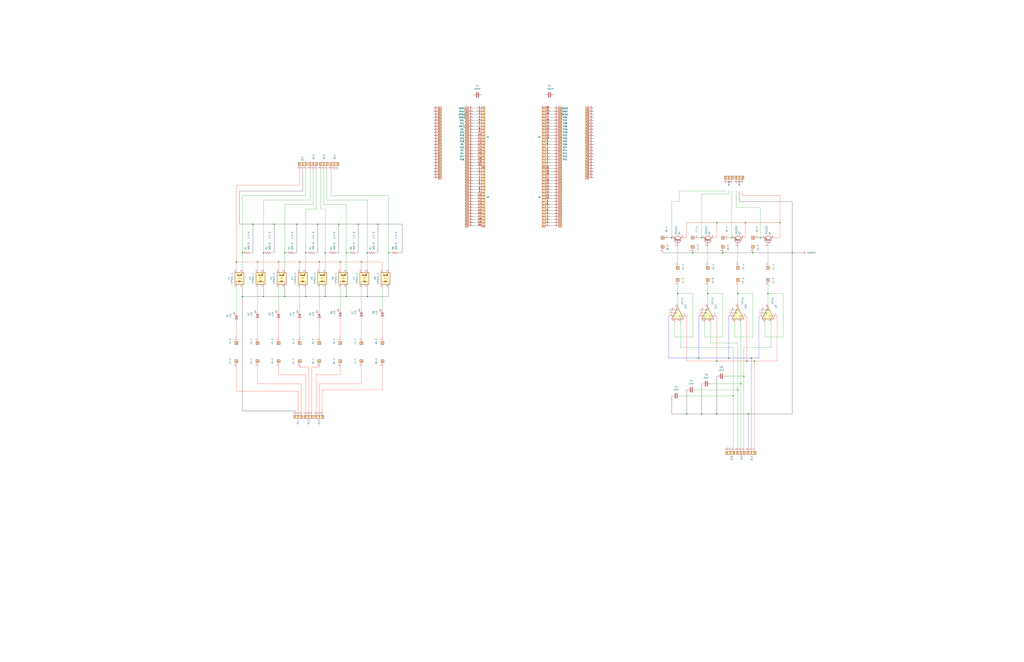
<source format=kicad_sch>
(kicad_sch (version 20250114) (generator "eeschema") (generator_version "9.0")
  (paper "User" 863.6 558.8)
  (junction (at 622.3 247.65))
  (junction (at 287.02 220.98))
  (junction (at 609.6 213.36))
  (junction (at 604.52 304.8))
  (junction (at 327.66 213.36))
  (junction (at 304.8 220.98))
  (junction (at 618.49 334.01))
  (junction (at 589.28 302.26))
  (junction (at 240.03 213.36))
  (junction (at 591.82 349.25))
  (junction (at 591.82 200.66))
  (junction (at 636.27 304.8))
  (junction (at 633.73 302.26))
  (junction (at 292.1 250.19))
  (junction (at 604.52 187.96))
  (junction (at 614.68 302.26))
  (junction (at 234.95 220.98))
  (junction (at 274.32 250.19))
  (junction (at 269.24 220.98))
  (junction (at 257.81 213.36))
  (junction (at 217.17 220.98))
  (junction (at 222.25 250.19))
  (junction (at 213.36 189.23))
  (junction (at 252.73 220.98))
  (junction (at 566.42 200.66))
  (junction (at 292.1 213.36))
  (junction (at 647.7 247.65))
  (junction (at 231.14 189.23))
  (junction (at 629.92 304.8))
  (junction (at 624.84 323.85))
  (junction (at 274.32 213.36))
  (junction (at 199.39 220.98))
  (junction (at 571.5 247.65))
  (junction (at 309.88 250.19))
  (junction (at 309.88 213.36))
  (junction (at 204.47 250.19))
  (junction (at 584.2 213.36))
  (junction (at 641.35 200.66))
  (junction (at 631.19 349.25))
  (junction (at 250.19 189.23))
  (junction (at 302.26 189.23))
  (junction (at 604.52 349.25))
  (junction (at 204.47 213.36))
  (junction (at 267.97 189.23))
  (junction (at 285.75 189.23))
  (junction (at 240.03 250.19))
  (junction (at 222.25 213.36))
  (junction (at 622.3 328.93))
  (junction (at 579.12 349.25))
  (junction (at 596.9 247.65))
  (junction (at 617.22 200.66))
  (junction (at 628.65 187.96))
  (junction (at 657.86 187.96))
  (junction (at 257.81 250.19))
  (junction (at 627.38 317.5))
  (junction (at 668.02 213.36))
  (junction (at 635 213.36))
  (junction (at 318.77 189.23))
  (wire (pts (xy 463.55 132.08) (xy 467.36 132.08)))
  (wire (pts (xy 398.78 96.52) (xy 402.59 96.52)))
  (wire (pts (xy 204.47 346.71) (xy 248.92 346.71)) (stroke (width 0) (color 0 0 0 1)))
  (wire (pts (xy 626.11 161.29) (xy 626.11 165.1)) (stroke (width 0) (color 255 6 0 1)))
  (wire (pts (xy 255.27 161.29) (xy 255.27 143.51)) (stroke (width 0) (color 0 0 0 1)))
  (wire (pts (xy 398.78 162.56) (xy 402.59 162.56)))
  (wire (pts (xy 601.98 200.66) (xy 604.52 200.66)) (stroke (width 0) (color 255 6 0 1)))
  (wire (pts (xy 398.78 134.62) (xy 402.59 134.62)))
  (wire (pts (xy 231.14 213.36) (xy 231.14 189.23)) (stroke (width 0) (color 0 0 0 1)))
  (wire (pts (xy 292.1 250.19) (xy 292.1 242.57)) (stroke (width 0) (color 0 0 0 1)))
  (wire (pts (xy 614.68 163.83) (xy 591.82 163.83)))
  (wire (pts (xy 304.8 261.62) (xy 304.8 242.57)))
  (wire (pts (xy 309.88 250.19) (xy 309.88 242.57)) (stroke (width 0) (color 0 0 0 1)))
  (wire (pts (xy 596.9 247.65) (xy 596.9 256.54)))
  (wire (pts (xy 304.8 284.48) (xy 304.8 269.24)) (stroke (width 0) (color 255 11 0 1)))
  (wire (pts (xy 398.78 139.7) (xy 402.59 139.7)))
  (wire (pts (xy 668.02 349.25) (xy 668.02 213.36)) (stroke (width 0) (color 0 0 0 1)))
  (wire (pts (xy 304.8 227.33) (xy 304.8 220.98)) (stroke (width 0) (color 255 11 0 1)))
  (wire (pts (xy 566.42 334.01) (xy 566.42 349.25)) (stroke (width 0) (color 0 0 0 1)))
  (wire (pts (xy 302.26 189.23) (xy 318.77 189.23)) (stroke (width 0) (color 0 0 0 1)))
  (wire (pts (xy 668.02 213.36) (xy 635 213.36)) (stroke (width 0) (color 0 0 0 1)))
  (wire (pts (xy 627.38 200.66) (xy 628.65 200.66)) (stroke (width 0) (color 255 6 0 1)))
  (wire (pts (xy 217.17 323.85) (xy 217.17 309.88)) (stroke (width 0) (color 255 11 0 1)))
  (wire (pts (xy 579.12 266.7) (xy 579.12 304.8)) (stroke (width 0) (color 255 6 0 1)))
  (wire (pts (xy 398.78 157.48) (xy 402.59 157.48)))
  (wire (pts (xy 327.66 213.36) (xy 327.66 165.1)))
  (wire (pts (xy 657.86 200.66) (xy 657.86 187.96)) (stroke (width 0) (color 255 6 0 1)))
  (wire (pts (xy 621.03 175.26) (xy 621.03 161.29)))
  (wire (pts (xy 234.95 316.23) (xy 257.81 316.23)) (stroke (width 0) (color 255 11 0 1)))
  (wire (pts (xy 614.68 266.7) (xy 614.68 302.26)) (stroke (width 0) (color 21 0 255 1)))
  (wire (pts (xy 622.3 328.93) (xy 622.3 289.56)))
  (wire (pts (xy 627.38 317.5) (xy 627.38 293.37)))
  (wire (pts (xy 604.52 266.7) (xy 604.52 304.8)) (stroke (width 0) (color 255 6 0 1)))
  (wire (pts (xy 322.58 284.48) (xy 322.58 269.24)) (stroke (width 0) (color 255 11 0 1)))
  (wire (pts (xy 257.81 213.36) (xy 257.81 176.53)))
  (wire (pts (xy 254 346.71) (xy 254 323.85)) (stroke (width 0) (color 255 11 0 1)))
  (wire (pts (xy 257.81 227.33) (xy 257.81 213.36)))
  (wire (pts (xy 624.84 323.85) (xy 624.84 377.19)))
  (wire (pts (xy 234.95 262.89) (xy 234.95 242.57)))
  (wire (pts (xy 241.3 213.36) (xy 240.03 213.36)))
  (wire (pts (xy 622.3 328.93) (xy 586.74 328.93)))
  (wire (pts (xy 463.55 162.56) (xy 467.36 162.56)))
  (wire (pts (xy 463.55 109.22) (xy 467.36 109.22)))
  (wire (pts (xy 463.55 170.18) (xy 467.36 170.18)))
  (wire (pts (xy 284.48 213.36) (xy 285.75 213.36)) (stroke (width 0) (color 0 0 0 1)))
  (wire (pts (xy 257.81 165.1) (xy 257.81 143.51)))
  (wire (pts (xy 463.55 175.26) (xy 467.36 175.26)))
  (wire (pts (xy 234.95 220.98) (xy 252.73 220.98)) (stroke (width 0) (color 255 11 0 1)))
  (wire (pts (xy 222.25 213.36) (xy 222.25 168.91)))
  (wire (pts (xy 584.2 284.48) (xy 584.2 247.65)))
  (wire (pts (xy 398.78 167.64) (xy 402.59 167.64)))
  (wire (pts (xy 650.24 293.37) (xy 627.38 293.37)))
  (wire (pts (xy 635 213.36) (xy 609.6 213.36)) (stroke (width 0) (color 0 0 0 1)))
  (wire (pts (xy 668.02 170.18) (xy 668.02 213.36)) (stroke (width 0) (color 0 0 0 1)))
  (wire (pts (xy 398.78 160.02) (xy 402.59 160.02)))
  (wire (pts (xy 594.36 284.48) (xy 594.36 271.78)))
  (wire (pts (xy 398.78 154.94) (xy 402.59 154.94)))
  (wire (pts (xy 463.55 177.8) (xy 467.36 177.8)))
  (wire (pts (xy 267.97 189.23) (xy 285.75 189.23)) (stroke (width 0) (color 0 0 0 1)))
  (wire (pts (xy 199.39 330.2) (xy 199.39 309.88)) (stroke (width 0) (color 255 11 0 1)))
  (wire (pts (xy 463.55 182.88) (xy 467.36 182.88)))
  (wire (pts (xy 463.55 124.46) (xy 467.36 124.46)))
  (wire (pts (xy 274.32 250.19) (xy 257.81 250.19)) (stroke (width 0) (color 0 0 0 1)))
  (wire (pts (xy 619.76 284.48) (xy 635 284.48)))
  (wire (pts (xy 398.78 142.24) (xy 402.59 142.24)))
  (wire (pts (xy 318.77 189.23) (xy 339.09 189.23)) (stroke (width 0) (color 0 0 0 1)))
  (wire (pts (xy 609.6 213.36) (xy 584.2 213.36)) (stroke (width 0) (color 0 0 0 1)))
  (wire (pts (xy 660.4 284.48) (xy 660.4 247.65)))
  (wire (pts (xy 572.77 170.18) (xy 566.42 170.18)))
  (wire (pts (xy 594.36 284.48) (xy 609.6 284.48)))
  (wire (pts (xy 623.57 170.18) (xy 668.02 170.18)) (stroke (width 0) (color 0 0 0 1)))
  (wire (pts (xy 250.19 213.36) (xy 250.19 189.23)) (stroke (width 0) (color 0 0 0 1)))
  (wire (pts (xy 398.78 132.08) (xy 402.59 132.08)))
  (wire (pts (xy 571.5 220.98) (xy 571.5 208.28)))
  (wire (pts (xy 641.35 175.26) (xy 641.35 200.66)))
  (wire (pts (xy 398.78 121.92) (xy 402.59 121.92)))
  (wire (pts (xy 322.58 328.93) (xy 322.58 309.88)) (stroke (width 0) (color 255 11 0 1)))
  (wire (pts (xy 566.42 170.18) (xy 566.42 200.66)))
  (wire (pts (xy 463.55 93.98) (xy 467.36 93.98)))
  (wire (pts (xy 463.55 134.62) (xy 467.36 134.62)))
  (wire (pts (xy 398.78 119.38) (xy 402.59 119.38)))
  (wire (pts (xy 269.24 220.98) (xy 287.02 220.98)) (stroke (width 0) (color 255 11 0 1)))
  (wire (pts (xy 292.1 213.36) (xy 292.1 172.72)))
  (wire (pts (xy 463.55 114.3) (xy 467.36 114.3)))
  (wire (pts (xy 636.27 304.8) (xy 655.32 304.8)) (stroke (width 0) (color 255 6 0 1)))
  (wire (pts (xy 657.86 165.1) (xy 626.11 165.1)) (stroke (width 0) (color 255 6 0 1)))
  (wire (pts (xy 628.65 200.66) (xy 628.65 187.96)) (stroke (width 0) (color 255 6 0 1)))
  (wire (pts (xy 327.66 227.33) (xy 327.66 213.36)))
  (wire (pts (xy 574.04 293.37) (xy 574.04 271.78)))
  (wire (pts (xy 270.51 143.51) (xy 270.51 176.53)))
  (wire (pts (xy 631.19 349.25) (xy 604.52 349.25)) (stroke (width 0) (color 0 0 0 1)))
  (wire (pts (xy 309.88 213.36) (xy 309.88 168.91)))
  (wire (pts (xy 398.78 152.4) (xy 402.59 152.4)))
  (wire (pts (xy 579.12 200.66) (xy 579.12 187.96)) (stroke (width 0) (color 255 6 0 1)))
  (wire (pts (xy 199.39 284.48) (xy 199.39 271.78)) (stroke (width 0) (color 255 11 0 1)))
  (wire (pts (xy 266.7 346.71) (xy 266.7 316.23)) (stroke (width 0) (color 255 11 0 1)))
  (wire (pts (xy 300.99 213.36) (xy 302.26 213.36)) (stroke (width 0) (color 0 0 0 1)))
  (wire (pts (xy 302.26 213.36) (xy 302.26 189.23)) (stroke (width 0) (color 0 0 0 1)))
  (wire (pts (xy 584.2 213.36) (xy 558.8 213.36)) (stroke (width 0) (color 0 0 0 1)))
  (wire (pts (xy 273.05 172.72) (xy 292.1 172.72)))
  (wire (pts (xy 234.95 284.48) (xy 234.95 270.51)) (stroke (width 0) (color 255 11 0 1)))
  (wire (pts (xy 463.55 147.32) (xy 467.36 147.32)))
  (wire (pts (xy 398.78 124.46) (xy 402.59 124.46)))
  (wire (pts (xy 328.93 213.36) (xy 327.66 213.36)))
  (wire (pts (xy 217.17 262.89) (xy 217.17 242.57)))
  (wire (pts (xy 213.36 189.23) (xy 213.36 213.36)) (stroke (width 0) (color 0 0 0 1)))
  (wire (pts (xy 199.39 330.2) (xy 251.46 330.2)) (stroke (width 0) (color 255 11 0 1)))
  (wire (pts (xy 463.55 99.06) (xy 467.36 99.06)))
  (wire (pts (xy 398.78 111.76) (xy 402.59 111.76)))
  (wire (pts (xy 633.73 302.26) (xy 633.73 377.19)) (stroke (width 0) (color 21 0 255 1)))
  (wire (pts (xy 287.02 227.33) (xy 287.02 220.98)) (stroke (width 0) (color 255 11 0 1)))
  (wire (pts (xy 568.96 284.48) (xy 584.2 284.48)))
  (wire (pts (xy 463.55 165.1) (xy 467.36 165.1)))
  (wire (pts (xy 655.32 304.8) (xy 655.32 266.7)) (stroke (width 0) (color 255 6 0 1)))
  (wire (pts (xy 398.78 116.84) (xy 402.59 116.84)))
  (wire (pts (xy 266.7 213.36) (xy 267.97 213.36)) (stroke (width 0) (color 0 0 0 1)))
  (wire (pts (xy 463.55 137.16) (xy 467.36 137.16)))
  (wire (pts (xy 234.95 227.33) (xy 234.95 220.98)) (stroke (width 0) (color 255 11 0 1)))
  (wire (pts (xy 398.78 165.1) (xy 402.59 165.1)))
  (wire (pts (xy 339.09 213.36) (xy 339.09 189.23)) (stroke (width 0) (color 0 0 0 1)))
  (wire (pts (xy 252.73 156.21) (xy 199.39 156.21)) (stroke (width 0) (color 255 11 0 1)))
  (wire (pts (xy 287.02 220.98) (xy 304.8 220.98)) (stroke (width 0) (color 255 11 0 1)))
  (wire (pts (xy 398.78 91.44) (xy 402.59 91.44)))
  (wire (pts (xy 563.88 302.26) (xy 563.88 266.7)) (stroke (width 0) (color 21 0 255 1)))
  (wire (pts (xy 398.78 99.06) (xy 402.59 99.06)))
  (wire (pts (xy 641.35 200.66) (xy 640.08 200.66)))
  (wire (pts (xy 614.68 161.29) (xy 614.68 163.83)))
  (wire (pts (xy 463.55 121.92) (xy 467.36 121.92)))
  (wire (pts (xy 463.55 190.5) (xy 467.36 190.5)))
  (wire (pts (xy 621.03 175.26) (xy 641.35 175.26)))
  (wire (pts (xy 398.78 137.16) (xy 402.59 137.16)))
  (wire (pts (xy 463.55 149.86) (xy 467.36 149.86)))
  (wire (pts (xy 398.78 93.98) (xy 402.59 93.98)))
  (wire (pts (xy 629.92 266.7) (xy 629.92 304.8)) (stroke (width 0) (color 255 6 0 1)))
  (wire (pts (xy 204.47 250.19) (xy 222.25 250.19)) (stroke (width 0) (color 0 0 0 1)))
  (wire (pts (xy 668.02 213.36) (xy 676.91 213.36)) (stroke (width 0) (color 0 0 0 1)))
  (wire (pts (xy 579.12 349.25) (xy 591.82 349.25)) (stroke (width 0) (color 0 0 0 1)))
  (wire (pts (xy 252.73 227.33) (xy 252.73 220.98)) (stroke (width 0) (color 255 11 0 1)))
  (wire (pts (xy 463.55 167.64) (xy 467.36 167.64)))
  (wire (pts (xy 463.55 101.6) (xy 467.36 101.6)))
  (wire (pts (xy 204.47 213.36) (xy 204.47 165.1)))
  (wire (pts (xy 269.24 346.71) (xy 269.24 323.85)) (stroke (width 0) (color 255 11 0 1)))
  (wire (pts (xy 327.66 250.19) (xy 309.88 250.19)) (stroke (width 0) (color 0 0 0 1)))
  (wire (pts (xy 199.39 227.33) (xy 199.39 220.98)) (stroke (width 0) (color 255 11 0 1)))
  (wire (pts (xy 463.55 185.42) (xy 467.36 185.42)))
  (wire (pts (xy 304.8 220.98) (xy 322.58 220.98)) (stroke (width 0) (color 255 11 0 1)))
  (wire (pts (xy 647.7 247.65) (xy 647.7 256.54)))
  (wire (pts (xy 617.22 200.66) (xy 614.68 200.66)))
  (wire (pts (xy 274.32 213.36) (xy 274.32 176.53)))
  (wire (pts (xy 269.24 284.48) (xy 269.24 270.51)) (stroke (width 0) (color 255 11 0 1)))
  (wire (pts (xy 398.78 106.68) (xy 402.59 106.68)))
  (wire (pts (xy 204.47 242.57) (xy 204.47 250.19)) (stroke (width 0) (color 0 0 0 1)))
  (wire (pts (xy 398.78 129.54) (xy 402.59 129.54)))
  (wire (pts (xy 266.7 176.53) (xy 266.7 143.51)))
  (wire (pts (xy 271.78 328.93) (xy 322.58 328.93)) (stroke (width 0) (color 255 11 0 1)))
  (wire (pts (xy 604.52 187.96) (xy 628.65 187.96)) (stroke (width 0) (color 255 6 0 1)))
  (wire (pts (xy 266.7 316.23) (xy 287.02 316.23)) (stroke (width 0) (color 255 11 0 1)))
  (wire (pts (xy 262.89 346.71) (xy 262.89 309.88)) (stroke (width 0) (color 255 11 0 1)))
  (wire (pts (xy 618.49 293.37) (xy 574.04 293.37)))
  (wire (pts (xy 668.02 349.25) (xy 631.19 349.25)) (stroke (width 0) (color 0 0 0 1)))
  (wire (pts (xy 292.1 250.19) (xy 274.32 250.19)) (stroke (width 0) (color 0 0 0 1)))
  (wire (pts (xy 398.78 190.5) (xy 402.59 190.5)))
  (wire (pts (xy 204.47 250.19) (xy 204.47 346.71)) (stroke (width 0) (color 0 0 0 1)))
  (wire (pts (xy 336.55 213.36) (xy 339.09 213.36)) (stroke (width 0) (color 0 0 0 1)))
  (wire (pts (xy 309.88 227.33) (xy 309.88 213.36)))
  (wire (pts (xy 566.42 349.25) (xy 579.12 349.25)) (stroke (width 0) (color 0 0 0 1)))
  (wire (pts (xy 398.78 187.96) (xy 402.59 187.96)))
  (wire (pts (xy 571.5 247.65) (xy 571.5 256.54)))
  (wire (pts (xy 463.55 187.96) (xy 467.36 187.96)))
  (wire (pts (xy 398.78 147.32) (xy 402.59 147.32)))
  (wire (pts (xy 623.57 170.18) (xy 623.57 161.29)) (stroke (width 0) (color 0 0 0 1)))
  (wire (pts (xy 563.88 302.26) (xy 589.28 302.26)) (stroke (width 0) (color 21 0 255 1)))
  (wire (pts (xy 660.4 247.65) (xy 647.7 247.65)))
  (wire (pts (xy 640.08 302.26) (xy 640.08 266.7)) (stroke (width 0) (color 21 0 255 1)))
  (wire (pts (xy 398.78 114.3) (xy 402.59 114.3)))
  (wire (pts (xy 604.52 200.66) (xy 604.52 187.96)) (stroke (width 0) (color 255 6 0 1)))
  (wire (pts (xy 622.3 247.65) (xy 622.3 241.3)))
  (wire (pts (xy 627.38 317.5) (xy 627.38 377.19)))
  (wire (pts (xy 624.84 323.85) (xy 599.44 323.85)))
  (wire (pts (xy 572.77 161.29) (xy 572.77 170.18)))
  (wire (pts (xy 201.93 189.23) (xy 213.36 189.23)) (stroke (width 0) (color 0 0 0 1)))
  (wire (pts (xy 647.7 247.65) (xy 647.7 241.3)))
  (wire (pts (xy 252.73 262.89) (xy 252.73 242.57)))
  (wire (pts (xy 589.28 266.7) (xy 589.28 302.26)) (stroke (width 0) (color 21 0 255 1)))
  (wire (pts (xy 591.82 200.66) (xy 589.28 200.66)))
  (wire (pts (xy 591.82 200.66) (xy 591.82 163.83)))
  (wire (pts (xy 463.55 129.54) (xy 467.36 129.54)))
  (wire (pts (xy 398.78 149.86) (xy 402.59 149.86)))
  (wire (pts (xy 199.39 220.98) (xy 217.17 220.98)) (stroke (width 0) (color 255 11 0 1)))
  (wire (pts (xy 652.78 200.66) (xy 657.86 200.66)) (stroke (width 0) (color 255 6 0 1)))
  (wire (pts (xy 596.9 247.65) (xy 596.9 241.3)))
  (wire (pts (xy 636.27 304.8) (xy 629.92 304.8)) (stroke (width 0) (color 255 6 0 1)))
  (wire (pts (xy 309.88 250.19) (xy 292.1 250.19)) (stroke (width 0) (color 0 0 0 1)))
  (wire (pts (xy 270.51 176.53) (xy 274.32 176.53)))
  (wire (pts (xy 222.25 227.33) (xy 222.25 213.36)))
  (wire (pts (xy 398.78 177.8) (xy 402.59 177.8)))
  (wire (pts (xy 257.81 346.71) (xy 257.81 316.23)) (stroke (width 0) (color 255 11 0 1)))
  (wire (pts (xy 398.78 144.78) (xy 402.59 144.78)))
  (wire (pts (xy 398.78 127) (xy 402.59 127)))
  (wire (pts (xy 398.78 180.34) (xy 402.59 180.34)))
  (wire (pts (xy 566.42 200.66) (xy 563.88 200.66)))
  (wire (pts (xy 647.7 220.98) (xy 647.7 208.28)))
  (wire (pts (xy 267.97 213.36) (xy 267.97 189.23)) (stroke (width 0) (color 0 0 0 1)))
  (wire (pts (xy 287.02 316.23) (xy 287.02 309.88)) (stroke (width 0) (color 255 11 0 1)))
  (wire (pts (xy 293.37 213.36) (xy 292.1 213.36)))
  (wire (pts (xy 322.58 227.33) (xy 322.58 220.98)) (stroke (width 0) (color 255 11 0 1)))
  (wire (pts (xy 222.25 250.19) (xy 240.03 250.19)) (stroke (width 0) (color 0 0 0 1)))
  (wire (pts (xy 262.89 309.88) (xy 269.24 309.88)) (stroke (width 0) (color 255 11 0 1)))
  (wire (pts (xy 317.5 213.36) (xy 318.77 213.36)))
  (wire (pts (xy 619.76 271.78) (xy 619.76 284.48)))
  (wire (pts (xy 463.55 96.52) (xy 467.36 96.52)))
  (wire (pts (xy 398.78 172.72) (xy 402.59 172.72)))
  (wire (pts (xy 240.03 227.33) (xy 240.03 213.36)))
  (wire (pts (xy 217.17 220.98) (xy 234.95 220.98)) (stroke (width 0) (color 255 11 0 1)))
  (wire (pts (xy 463.55 172.72) (xy 467.36 172.72)))
  (wire (pts (xy 199.39 220.98) (xy 199.39 156.21)) (stroke (width 0) (color 255 11 0 1)))
  (wire (pts (xy 240.03 213.36) (xy 240.03 172.72)))
  (wire (pts (xy 398.78 185.42) (xy 402.59 185.42)))
  (wire (pts (xy 612.14 161.29) (xy 572.77 161.29)))
  (wire (pts (xy 627.38 317.5) (xy 612.14 317.5)))
  (wire (pts (xy 628.65 187.96) (xy 657.86 187.96)) (stroke (width 0) (color 255 6 0 1)))
  (wire (pts (xy 231.14 189.23) (xy 250.19 189.23)) (stroke (width 0) (color 0 0 0 1)))
  (wire (pts (xy 257.81 250.19) (xy 240.03 250.19)) (stroke (width 0) (color 0 0 0 1)))
  (wire (pts (xy 222.25 242.57) (xy 222.25 250.19)) (stroke (width 0) (color 0 0 0 1)))
  (wire (pts (xy 204.47 227.33) (xy 204.47 213.36)))
  (wire (pts (xy 463.55 144.78) (xy 467.36 144.78)))
  (wire (pts (xy 463.55 127) (xy 467.36 127)))
  (wire (pts (xy 642.62 200.66) (xy 641.35 200.66)))
  (wire (pts (xy 463.55 104.14) (xy 467.36 104.14)))
  (wire (pts (xy 318.77 213.36) (xy 318.77 189.23)) (stroke (width 0) (color 0 0 0 1)))
  (wire (pts (xy 274.32 227.33) (xy 274.32 213.36)))
  (wire (pts (xy 635 247.65) (xy 622.3 247.65)))
  (wire (pts (xy 614.68 302.26) (xy 589.28 302.26)) (stroke (width 0) (color 21 0 255 1)))
  (wire (pts (xy 618.49 334.01) (xy 618.49 377.19)))
  (wire (pts (xy 252.73 156.21) (xy 252.73 143.51)) (stroke (width 0) (color 255 11 0 1)))
  (wire (pts (xy 650.24 293.37) (xy 650.24 271.78)))
  (wire (pts (xy 240.03 250.19) (xy 240.03 242.57)) (stroke (width 0) (color 0 0 0 1)))
  (wire (pts (xy 204.47 165.1) (xy 257.81 165.1)))
  (wire (pts (xy 240.03 172.72) (xy 264.16 172.72)))
  (wire (pts (xy 292.1 227.33) (xy 292.1 213.36)))
  (wire (pts (xy 398.78 109.22) (xy 402.59 109.22)))
  (wire (pts (xy 257.81 250.19) (xy 257.81 242.57)) (stroke (width 0) (color 0 0 0 1)))
  (wire (pts (xy 327.66 242.57) (xy 327.66 250.19)) (stroke (width 0) (color 0 0 0 1)))
  (wire (pts (xy 269.24 323.85) (xy 304.8 323.85)) (stroke (width 0) (color 255 11 0 1)))
  (wire (pts (xy 463.55 180.34) (xy 467.36 180.34)))
  (wire (pts (xy 285.75 213.36) (xy 285.75 189.23)) (stroke (width 0) (color 0 0 0 1)))
  (wire (pts (xy 463.55 157.48) (xy 467.36 157.48)))
  (wire (pts (xy 252.73 284.48) (xy 252.73 270.51)) (stroke (width 0) (color 255 11 0 1)))
  (wire (pts (xy 264.16 172.72) (xy 264.16 143.51)))
  (wire (pts (xy 629.92 304.8) (xy 604.52 304.8)) (stroke (width 0) (color 255 6 0 1)))
  (wire (pts (xy 260.35 346.71) (xy 260.35 309.88)) (stroke (width 0) (color 255 11 0 1)))
  (wire (pts (xy 273.05 143.51) (xy 273.05 172.72)))
  (wire (pts (xy 398.78 104.14) (xy 402.59 104.14)))
  (wire (pts (xy 579.12 349.25) (xy 579.12 328.93)) (stroke (width 0) (color 0 0 0 1)))
  (wire (pts (xy 285.75 189.23) (xy 302.26 189.23)) (stroke (width 0) (color 0 0 0 1)))
  (wire (pts (xy 287.02 261.62) (xy 287.02 242.57)))
  (wire (pts (xy 617.22 200.66) (xy 617.22 161.29)))
  (wire (pts (xy 276.86 213.36) (xy 274.32 213.36)))
  (wire (pts (xy 322.58 261.62) (xy 322.58 242.57)))
  (wire (pts (xy 213.36 189.23) (xy 231.14 189.23)) (stroke (width 0) (color 0 0 0 1)))
  (wire (pts (xy 624.84 323.85) (xy 624.84 271.78)))
  (wire (pts (xy 261.62 168.91) (xy 261.62 143.51)))
  (wire (pts (xy 251.46 346.71) (xy 251.46 330.2)) (stroke (width 0) (color 255 11 0 1)))
  (wire (pts (xy 636.27 304.8) (xy 636.27 377.19)) (stroke (width 0) (color 255 6 0 1)))
  (wire (pts (xy 657.86 187.96) (xy 657.86 165.1)) (stroke (width 0) (color 255 6 0 1)))
  (wire (pts (xy 213.36 213.36) (xy 212.09 213.36)) (stroke (width 0) (color 0 0 0 1)))
  (wire (pts (xy 287.02 284.48) (xy 287.02 269.24)) (stroke (width 0) (color 255 11 0 1)))
  (wire (pts (xy 633.73 302.26) (xy 614.68 302.26)) (stroke (width 0) (color 21 0 255 1)))
  (wire (pts (xy 604.52 349.25) (xy 591.82 349.25)) (stroke (width 0) (color 0 0 0 1)))
  (wire (pts (xy 275.59 168.91) (xy 309.88 168.91)))
  (wire (pts (xy 222.25 168.91) (xy 261.62 168.91)))
  (wire (pts (xy 604.52 304.8) (xy 579.12 304.8)) (stroke (width 0) (color 255 6 0 1)))
  (wire (pts (xy 398.78 101.6) (xy 402.59 101.6)))
  (wire (pts (xy 279.4 165.1) (xy 327.66 165.1)))
  (wire (pts (xy 622.3 328.93) (xy 622.3 377.19)))
  (wire (pts (xy 463.55 106.68) (xy 467.36 106.68)))
  (wire (pts (xy 591.82 349.25) (xy 591.82 323.85)) (stroke (width 0) (color 0 0 0 1)))
  (wire (pts (xy 631.19 349.25) (xy 631.19 377.19)) (stroke (width 0) (color 0 0 0 1)))
  (wire (pts (xy 398.78 170.18) (xy 402.59 170.18)))
  (wire (pts (xy 269.24 262.89) (xy 269.24 242.57)))
  (wire (pts (xy 618.49 334.01) (xy 618.49 293.37)))
  (wire (pts (xy 568.96 284.48) (xy 568.96 271.78)))
  (wire (pts (xy 304.8 323.85) (xy 304.8 309.88)) (stroke (width 0) (color 255 11 0 1)))
  (wire (pts (xy 635 284.48) (xy 635 247.65)))
  (wire (pts (xy 604.52 349.25) (xy 604.52 317.5)) (stroke (width 0) (color 0 0 0 1)))
  (wire (pts (xy 576.58 200.66) (xy 579.12 200.66)) (stroke (width 0) (color 255 6 0 1)))
  (wire (pts (xy 201.93 161.29) (xy 201.93 189.23)) (stroke (width 0) (color 0 0 0 1)))
  (wire (pts (xy 257.81 176.53) (xy 266.7 176.53)))
  (wire (pts (xy 252.73 220.98) (xy 269.24 220.98)) (stroke (width 0) (color 255 11 0 1)))
  (wire (pts (xy 463.55 91.44) (xy 467.36 91.44)))
  (wire (pts (xy 463.55 139.7) (xy 467.36 139.7)))
  (wire (pts (xy 254 323.85) (xy 217.17 323.85)) (stroke (width 0) (color 255 11 0 1)))
  (wire (pts (xy 248.92 213.36) (xy 250.19 213.36)) (stroke (width 0) (color 0 0 0 1)))
  (wire (pts (xy 199.39 264.16) (xy 199.39 242.57)))
  (wire (pts (xy 599.44 289.56) (xy 599.44 271.78)))
  (wire (pts (xy 463.55 119.38) (xy 467.36 119.38)))
  (wire (pts (xy 609.6 284.48) (xy 609.6 247.65)))
  (wire (pts (xy 622.3 247.65) (xy 622.3 256.54)))
  (wire (pts (xy 579.12 187.96) (xy 604.52 187.96)) (stroke (width 0) (color 255 6 0 1)))
  (wire (pts (xy 463.55 116.84) (xy 467.36 116.84)))
  (wire (pts (xy 463.55 160.02) (xy 467.36 160.02)))
  (wire (pts (xy 622.3 220.98) (xy 622.3 208.28)))
  (wire (pts (xy 279.4 165.1) (xy 279.4 143.51)))
  (wire (pts (xy 645.16 284.48) (xy 660.4 284.48)))
  (wire (pts (xy 571.5 247.65) (xy 571.5 241.3)))
  (wire (pts (xy 275.59 143.51) (xy 275.59 168.91)))
  (wire (pts (xy 584.2 247.65) (xy 571.5 247.65)))
  (wire (pts (xy 640.08 302.26) (xy 633.73 302.26)) (stroke (width 0) (color 21 0 255 1)))
  (wire (pts (xy 229.87 213.36) (xy 231.14 213.36)))
  (wire (pts (xy 259.08 213.36) (xy 257.81 213.36)))
  (wire (pts (xy 463.55 154.94) (xy 467.36 154.94)))
  (wire (pts (xy 463.55 142.24) (xy 467.36 142.24)))
  (wire (pts (xy 255.27 161.29) (xy 201.93 161.29)) (stroke (width 0) (color 0 0 0 1)))
  (wire (pts (xy 618.49 334.01) (xy 574.04 334.01)))
  (wire (pts (xy 645.16 271.78) (xy 645.16 284.48)))
  (wire (pts (xy 609.6 247.65) (xy 596.9 247.65)))
  (wire (pts (xy 217.17 284.48) (xy 217.17 270.51)) (stroke (width 0) (color 255 11 0 1)))
  (wire (pts (xy 398.78 175.26) (xy 402.59 175.26)))
  (wire (pts (xy 463.55 152.4) (xy 467.36 152.4)))
  (wire (pts (xy 269.24 227.33) (xy 269.24 220.98)) (stroke (width 0) (color 255 11 0 1)))
  (wire (pts (xy 217.17 227.33) (xy 217.17 220.98)) (stroke (width 0) (color 255 11 0 1)))
  (wire (pts (xy 274.32 250.19) (xy 274.32 242.57)) (stroke (width 0) (color 0 0 0 1)))
  (wire (pts (xy 398.78 182.88) (xy 402.59 182.88)))
  (wire (pts (xy 463.55 111.76) (xy 467.36 111.76)))
  (wire (pts (xy 250.19 189.23) (xy 267.97 189.23)) (stroke (width 0) (color 0 0 0 1)))
  (wire (pts (xy 622.3 289.56) (xy 599.44 289.56)))
  (wire (pts (xy 252.73 309.88) (xy 260.35 309.88)) (stroke (width 0) (color 255 11 0 1)))
  (wire (pts (xy 596.9 220.98) (xy 596.9 208.28)))
  (wire (pts (xy 234.95 316.23) (xy 234.95 309.88)) (stroke (width 0) (color 255 11 0 1)))
  (wire (pts (xy 271.78 346.71) (xy 271.78 328.93)) (stroke (width 0) (color 255 11 0 1)))
  (symbol (lib_id "Device:LED") (at 234.95 266.7 270) (unit 1)
    (property "Reference" "D3" (at 227.33 265.1125 0))
    (property "Value" "LED" (at 229.87 265.1125 0))
    (property "Footprint" "LED_THT:LED_D4.0mm" (effects (hide yes)))
    (property "Description" "Light emitting diode" (effects (hide yes)))
    (property "Sim.Pins" "1=K 2=A" (effects (hide yes)))
  )
  (symbol (lib_id "Isolator:Optocoupler_DC_PhotoNPN_AKEC") (at 271.78 234.95 90) (unit 1)
    (property "Reference" "U5" (at 262.89 234.95 0))
    (property "Value" "TLP521-1" (at 265.43 234.95 0))
    (property "Footprint" "Package_DIP:DIP-4_W7.62mm" (effects (hide yes)))
    (property "Datasheet" "https://docs.rs-online.com/d620/0900766b800287f7.pdf" (effects (hide yes)))
    (property "Description" "Fototransistor opticamente acoplado" (effects (hide yes)))
  )
  (symbol (lib_id "Connector:Screw_Terminal_01x01") (at 495.3 134.62 180) (unit 1)
    (property "Reference" "PX75" (effects (hide yes)))
    (property "Footprint" "Connector_Wire:SolderWire-0.75sqmm_1x01_D1.25mm_OD2.3mm" (effects (hide yes)))
    (property "Description" "Generic screw terminal, single row, 01x01, script generated (kicad-library-utils/schlib/autogen/connector/)" (effects (hide yes)))
  )
  (symbol (lib_id "Connector:Screw_Terminal_01x01") (at 472.44 180.34 0) (mirror x) (unit 1)
    (property "Reference" "PX27" (effects (hide yes)))
    (property "Footprint" "Connector_Wire:SolderWire-0.75sqmm_1x01_D1.25mm_OD2.3mm" (effects (hide yes)))
    (property "Description" "Generic screw terminal, single row, 01x01, script generated (kicad-library-utils/schlib/autogen/connector/)" (effects (hide yes)))
  )
  (symbol (lib_id "Connector:Screw_Terminal_01x01") (at 393.7 137.16 180) (unit 1)
    (property "Reference" "PX1" (effects (hide yes)))
    (property "Footprint" "Connector_Wire:SolderWire-0.75sqmm_1x01_D1.25mm_OD2.3mm" (effects (hide yes)))
    (property "Description" "Generic screw terminal, single row, 01x01, script generated (kicad-library-utils/schlib/autogen/connector/)" (effects (hide yes)))
  )
  (symbol (lib_id "Connector:Screw_Terminal_01x01") (at 304.8 304.8 90) (unit 1)
    (property "Reference" "J7-1" (at 299.466 307.594 0) (effects (justify left)))
    (property "Value" "Screw_Terminal_01x01" (effects (hide yes)))
    (property "Footprint" "TerminalBlock_MetzConnect:TerminalBlock_MetzConnect_360271_1x01_Horizontal_ScrewM3.0_Boxed" (effects (hide yes)))
    (property "Description" "Generic screw terminal, single row, 01x01, script generated (kicad-library-utils/schlib/autogen/connector/)" (effects (hide yes)))
  )
  (symbol (lib_id "Isolator:Optocoupler_DC_PhotoNPN_AKEC") (at 237.49 234.95 90) (unit 1)
    (property "Reference" "U3" (at 228.6 234.95 0))
    (property "Value" "TLP521-1" (at 231.14 234.95 0))
    (property "Footprint" "Package_DIP:DIP-4_W7.62mm" (effects (hide yes)))
    (property "Datasheet" "https://docs.rs-online.com/d620/0900766b800287f7.pdf" (effects (hide yes)))
    (property "Description" "Fototransistor opticamente acoplado" (effects (hide yes)))
  )
  (symbol (lib_id "Amplifier_Operational:LM741") (at 647.7 264.16 270) (mirror x) (unit 1)
    (property "Reference" "U9" (at 654.304 258.826 0))
    (property "Value" "LM741" (at 651.5802 254 0))
    (property "Footprint" "LM741_TH:LM741_TH" (effects (hide yes)))
    (property "Datasheet" "http://www.ti.com/lit/ds/symlink/lm741.pdf" (effects (hide yes)))
    (property "Description" "Operational Amplifier, DIP-8/TO-99-8" (effects (hide yes)))
  )
  (symbol (lib_id "Connector:Screw_Terminal_01x01") (at 472.44 177.8 0) (mirror x) (unit 1)
    (property "Reference" "PX28" (effects (hide yes)))
    (property "Footprint" "Connector_Wire:SolderWire-0.75sqmm_1x01_D1.25mm_OD2.3mm" (effects (hide yes)))
    (property "Description" "Generic screw terminal, single row, 01x01, script generated (kicad-library-utils/schlib/autogen/connector/)" (effects (hide yes)))
  )
  (symbol (lib_id "Connector:Screw_Terminal_01x20") (at 407.67 165.1 0) (unit 1)
    (property "Reference" "J2" (at 410.21 166.3699 0) (effects (justify left)))
    (property "Value" "Screw_Terminal_01x20" (effects (hide yes)))
    (property "Footprint" "Connector_PinHeader_2.54mm:PinHeader_1x20_P2.54mm_Vertical" (effects (hide yes)))
    (property "Description" "Generic screw terminal, single row, 01x20, script generated (kicad-library-utils/schlib/autogen/connector/)" (effects (hide yes)))
  )
  (symbol (lib_id "Connector:Screw_Terminal_01x01") (at 370.84 99.06 0) (unit 1)
    (property "Reference" "PX48" (effects (hide yes)))
    (property "Footprint" "Connector_Wire:SolderWire-0.75sqmm_1x01_D1.25mm_OD2.3mm" (effects (hide yes)))
    (property "Description" "Generic screw terminal, single row, 01x01, script generated (kicad-library-utils/schlib/autogen/connector/)" (effects (hide yes)))
  )
  (symbol (lib_id "Device:C") (at 582.93 328.93 270) (mirror x) (unit 1)
    (property "Reference" "C4" (at 582.93 321.31 90))
    (property "Value" "10nF" (at 582.93 323.85 90))
    (property "Footprint" "Capacitor_THT:C_Disc_D4.3mm_W1.9mm_P5.00mm" (effects (hide yes)))
    (property "Description" "Unpolarized capacitor" (effects (hide yes)))
  )
  (symbol (lib_id "Connector:Screw_Terminal_01x01") (at 495.3 124.46 180) (unit 1)
    (property "Reference" "PX79" (effects (hide yes)))
    (property "Footprint" "Connector_Wire:SolderWire-0.75sqmm_1x01_D1.25mm_OD2.3mm" (effects (hide yes)))
    (property "Description" "Generic screw terminal, single row, 01x01, script generated (kicad-library-utils/schlib/autogen/connector/)" (effects (hide yes)))
  )
  (symbol (lib_id "Connector:Screw_Terminal_01x01") (at 495.3 106.68 180) (unit 1)
    (property "Reference" "PX86" (effects (hide yes)))
    (property "Footprint" "Connector_Wire:SolderWire-0.75sqmm_1x01_D1.25mm_OD2.3mm" (effects (hide yes)))
    (property "Description" "Generic screw terminal, single row, 01x01, script generated (kicad-library-utils/schlib/autogen/connector/)" (effects (hide yes)))
  )
  (symbol (lib_id "Connector:Screw_Terminal_01x01") (at 393.7 144.78 180) (unit 1)
    (property "Reference" "PX4" (effects (hide yes)))
    (property "Footprint" "Connector_Wire:SolderWire-0.75sqmm_1x01_D1.25mm_OD2.3mm" (effects (hide yes)))
    (property "Description" "Generic screw terminal, single row, 01x01, script generated (kicad-library-utils/schlib/autogen/connector/)" (effects (hide yes)))
  )
  (symbol (lib_id "Connector:Screw_Terminal_01x01") (at 393.7 177.8 180) (unit 1)
    (property "Reference" "PX17" (effects (hide yes)))
    (property "Footprint" "Connector_Wire:SolderWire-0.75sqmm_1x01_D1.25mm_OD2.3mm" (effects (hide yes)))
    (property "Description" "Generic screw terminal, single row, 01x01, script generated (kicad-library-utils/schlib/autogen/connector/)" (effects (hide yes)))
  )
  (symbol (lib_id "Connector:Screw_Terminal_01x01") (at 472.44 170.18 0) (mirror x) (unit 1)
    (property "Reference" "PX31" (effects (hide yes)))
    (property "Footprint" "Connector_Wire:SolderWire-0.75sqmm_1x01_D1.25mm_OD2.3mm" (effects (hide yes)))
    (property "Description" "Generic screw terminal, single row, 01x01, script generated (kicad-library-utils/schlib/autogen/connector/)" (effects (hide yes)))
  )
  (symbol (lib_id "Connector:Screw_Terminal_01x01") (at 370.84 127 0) (unit 1)
    (property "Reference" "PX59" (effects (hide yes)))
    (property "Footprint" "Connector_Wire:SolderWire-0.75sqmm_1x01_D1.25mm_OD2.3mm" (effects (hide yes)))
    (property "Description" "Generic screw terminal, single row, 01x01, script generated (kicad-library-utils/schlib/autogen/connector/)" (effects (hide yes)))
  )
  (symbol (lib_id "Connector:Screw_Terminal_01x01") (at 393.7 139.7 180) (unit 1)
    (property "Reference" "PX2" (effects (hide yes)))
    (property "Footprint" "Connector_Wire:SolderWire-0.75sqmm_1x01_D1.25mm_OD2.3mm" (effects (hide yes)))
    (property "Description" "Generic screw terminal, single row, 01x01, script generated (kicad-library-utils/schlib/autogen/connector/)" (effects (hide yes)))
  )
  (symbol (lib_id "Connector:Screw_Terminal_01x01") (at 472.44 144.78 0) (mirror x) (unit 1)
    (property "Reference" "PX41" (effects (hide yes)))
    (property "Footprint" "Connector_Wire:SolderWire-0.75sqmm_1x01_D1.25mm_OD2.3mm" (effects (hide yes)))
    (property "Description" "Generic screw terminal, single row, 01x01, script generated (kicad-library-utils/schlib/autogen/connector/)" (effects (hide yes)))
  )
  (symbol (lib_id "Connector:Screw_Terminal_01x01") (at 370.84 116.84 0) (unit 1)
    (property "Reference" "PX55" (effects (hide yes)))
    (property "Footprint" "Connector_Wire:SolderWire-0.75sqmm_1x01_D1.25mm_OD2.3mm" (effects (hide yes)))
    (property "Description" "Generic screw terminal, single row, 01x01, script generated (kicad-library-utils/schlib/autogen/connector/)" (effects (hide yes)))
  )
  (symbol (lib_id "Connector:Screw_Terminal_01x03") (at 614.68 149.86 90) (mirror x) (unit 1)
    (property "Reference" "J9_6" (at 614.68 152.908 0) (effects (justify left)))
    (property "Value" "Screw_Terminal_01x03" (effects (hide yes)))
    (property "Footprint" "TerminalBlock_Phoenix:TerminalBlock_Phoenix_PT-1,5-3-3.5-H_1x03_P3.50mm_Horizontal" (effects (hide yes)))
    (property "Description" "Generic screw terminal, single row, 01x03, script generated (kicad-library-utils/schlib/autogen/connector/)" (effects (hide yes)))
  )
  (symbol (lib_id "Connector:Screw_Terminal_01x01") (at 234.95 304.8 90) (unit 1)
    (property "Reference" "J3-1" (at 229.616 307.594 0) (effects (justify left)))
    (property "Value" "Screw_Terminal_01x01" (effects (hide yes)))
    (property "Footprint" "TerminalBlock_MetzConnect:TerminalBlock_MetzConnect_360271_1x01_Horizontal_ScrewM3.0_Boxed" (effects (hide yes)))
    (property "Description" "Generic screw terminal, single row, 01x01, script generated (kicad-library-utils/schlib/autogen/connector/)" (effects (hide yes)))
  )
  (symbol (lib_id "Connector:Screw_Terminal_01x01") (at 622.3 236.22 270) (mirror x) (unit 1)
    (property "Reference" "J2-3" (at 626.618 239.522 0) (effects (justify left)))
    (property "Value" "Screw_Terminal_01x01" (effects (hide yes)))
    (property "Footprint" "TerminalBlock_MetzConnect:TerminalBlock_MetzConnect_360271_1x01_Horizontal_ScrewM3.0_Boxed" (effects (hide yes)))
    (property "Description" "Generic screw terminal, single row, 01x01, script generated (kicad-library-utils/schlib/autogen/connector/)" (effects (hide yes)))
  )
  (symbol (lib_id "Connector:Screw_Terminal_01x01") (at 596.9 236.22 270) (mirror x) (unit 1)
    (property "Reference" "J3-3" (at 601.218 239.522 0) (effects (justify left)))
    (property "Value" "Screw_Terminal_01x01" (effects (hide yes)))
    (property "Footprint" "TerminalBlock_MetzConnect:TerminalBlock_MetzConnect_360271_1x01_Horizontal_ScrewM3.0_Boxed" (effects (hide yes)))
    (property "Description" "Generic screw terminal, single row, 01x01, script generated (kicad-library-utils/schlib/autogen/connector/)" (effects (hide yes)))
  )
  (symbol (lib_id "Device:R_US") (at 332.74 213.36 90) (unit 1)
    (property "Reference" "R8" (at 331.4699 210.82 0) (effects (justify left)))
    (property "Value" "560 Ω   1/4 W" (at 334.0099 210.82 0) (effects (justify left)))
    (property "Footprint" "Resistor_THT:R_Axial_DIN0207_L6.3mm_D2.5mm_P10.16mm_Horizontal" (effects (hide yes)))
    (property "Description" "Resistor" (effects (hide yes)))
  )
  (symbol (lib_id "Connector:Screw_Terminal_01x01") (at 472.44 149.86 0) (mirror x) (unit 1)
    (property "Reference" "PX39" (effects (hide yes)))
    (property "Footprint" "Connector_Wire:SolderWire-0.75sqmm_1x01_D1.25mm_OD2.3mm" (effects (hide yes)))
    (property "Description" "Generic screw terminal, single row, 01x01, script generated (kicad-library-utils/schlib/autogen/connector/)" (effects (hide yes)))
  )
  (symbol (lib_id "Connector:Screw_Terminal_01x01") (at 370.84 129.54 0) (unit 1)
    (property "Reference" "PX60" (effects (hide yes)))
    (property "Footprint" "Connector_Wire:SolderWire-0.75sqmm_1x01_D1.25mm_OD2.3mm" (effects (hide yes)))
    (property "Description" "Generic screw terminal, single row, 01x01, script generated (kicad-library-utils/schlib/autogen/connector/)" (effects (hide yes)))
  )
  (symbol (lib_id "Connector:Screw_Terminal_01x01") (at 495.3 139.7 180) (unit 1)
    (property "Reference" "PX73" (effects (hide yes)))
    (property "Footprint" "Connector_Wire:SolderWire-0.75sqmm_1x01_D1.25mm_OD2.3mm" (effects (hide yes)))
    (property "Description" "Generic screw terminal, single row, 01x01, script generated (kicad-library-utils/schlib/autogen/connector/)" (effects (hide yes)))
  )
  (symbol (lib_id "Connector:Screw_Terminal_01x01") (at 370.84 137.16 0) (unit 1)
    (property "Reference" "PX63" (effects (hide yes)))
    (property "Footprint" "Connector_Wire:SolderWire-0.75sqmm_1x01_D1.25mm_OD2.3mm" (effects (hide yes)))
    (property "Description" "Generic screw terminal, single row, 01x01, script generated (kicad-library-utils/schlib/autogen/connector/)" (effects (hide yes)))
  )
  (symbol (lib_id "Amplifier_Operational:LM741") (at 622.3 264.16 270) (mirror x) (unit 1)
    (property "Reference" "U10" (at 628.904 258.826 0))
    (property "Value" "LM741" (at 626.1802 254 0))
    (property "Footprint" "LM741_TH:LM741_TH" (effects (hide yes)))
    (property "Datasheet" "http://www.ti.com/lit/ds/symlink/lm741.pdf" (effects (hide yes)))
    (property "Description" "Operational Amplifier, DIP-8/TO-99-8" (effects (hide yes)))
  )
  (symbol (lib_id "Isolator:Optocoupler_DC_PhotoNPN_AKEC") (at 325.12 234.95 90) (unit 1)
    (property "Reference" "U8" (at 316.23 234.95 0))
    (property "Value" "TLP521-1" (at 318.77 234.95 0))
    (property "Footprint" "Package_DIP:DIP-4_W7.62mm" (effects (hide yes)))
    (property "Datasheet" "https://docs.rs-online.com/d620/0900766b800287f7.pdf" (effects (hide yes)))
    (property "Description" "Fototransistor opticamente acoplado" (effects (hide yes)))
  )
  (symbol (lib_id "Connector:Screw_Terminal_01x01") (at 393.7 187.96 180) (unit 1)
    (property "Reference" "PX21" (effects (hide yes)))
    (property "Footprint" "Connector_Wire:SolderWire-0.75sqmm_1x01_D1.25mm_OD2.3mm" (effects (hide yes)))
    (property "Description" "Generic screw terminal, single row, 01x01, script generated (kicad-library-utils/schlib/autogen/connector/)" (effects (hide yes)))
  )
  (symbol (lib_id "Connector:Screw_Terminal_01x03") (at 251.46 351.79 90) (unit 1)
    (property "Reference" "J0_1" (at 251.206 358.648 0) (effects (justify left)))
    (property "Value" "Screw_Terminal_01x03" (effects (hide yes)))
    (property "Footprint" "TerminalBlock_Phoenix:TerminalBlock_Phoenix_PT-1,5-3-3.5-H_1x03_P3.50mm_Horizontal" (effects (hide yes)))
    (property "Description" "Generic screw terminal, single row, 01x03, script generated (kicad-library-utils/schlib/autogen/connector/)" (effects (hide yes)))
  )
  (symbol (lib_id "Connector:Screw_Terminal_01x01") (at 370.84 114.3 0) (unit 1)
    (property "Reference" "PX54" (effects (hide yes)))
    (property "Footprint" "Connector_Wire:SolderWire-0.75sqmm_1x01_D1.25mm_OD2.3mm" (effects (hide yes)))
    (property "Description" "Generic screw terminal, single row, 01x01, script generated (kicad-library-utils/schlib/autogen/connector/)" (effects (hide yes)))
  )
  (symbol (lib_id "Connector:Screw_Terminal_01x01") (at 370.84 149.86 0) (unit 1)
    (property "Reference" "PX68" (effects (hide yes)))
    (property "Footprint" "Connector_Wire:SolderWire-0.75sqmm_1x01_D1.25mm_OD2.3mm" (effects (hide yes)))
    (property "Description" "Generic screw terminal, single row, 01x01, script generated (kicad-library-utils/schlib/autogen/connector/)" (effects (hide yes)))
  )
  (symbol (lib_id "Connector:Screw_Terminal_01x01") (at 393.7 190.5 180) (unit 1)
    (property "Reference" "PX22" (effects (hide yes)))
    (property "Footprint" "Connector_Wire:SolderWire-0.75sqmm_1x01_D1.25mm_OD2.3mm" (effects (hide yes)))
    (property "Description" "Generic screw terminal, single row, 01x01, script generated (kicad-library-utils/schlib/autogen/connector/)" (effects (hide yes)))
  )
  (symbol (lib_id "Connector:Screw_Terminal_01x01") (at 571.5 226.06 90) (mirror x) (unit 1)
    (property "Reference" "J4-4" (at 576.072 225.298 0))
    (property "Value" "Screw_Terminal_01x01" (effects (hide yes)))
    (property "Footprint" "TerminalBlock_MetzConnect:TerminalBlock_MetzConnect_360271_1x01_Horizontal_ScrewM3.0_Boxed" (effects (hide yes)))
    (property "Description" "Generic screw terminal, single row, 01x01, script generated (kicad-library-utils/schlib/autogen/connector/)" (effects (hide yes)))
  )
  (symbol (lib_name "Screw_Terminal_01x03_1") (lib_id "Connector:Screw_Terminal_01x03") (at 273.05 138.43 270) (mirror x) (unit 1)
    (property "Reference" "J9_3" (at 273.304 134.874 0) (effects (justify left)))
    (property "Value" "Screw_Terminal_01x03" (effects (hide yes)))
    (property "Footprint" "TerminalBlock_Phoenix:TerminalBlock_Phoenix_PT-1,5-3-3.5-H_1x03_P3.50mm_Horizontal" (effects (hide yes)))
    (property "Description" "Generic screw terminal, single row, 01x03, script generated (kicad-library-utils/schlib/autogen/connector/)" (effects (hide yes)))
  )
  (symbol (lib_id "Connector:Screw_Terminal_01x01") (at 287.02 304.8 90) (unit 1)
    (property "Reference" "J6-1" (at 281.686 307.594 0) (effects (justify left)))
    (property "Value" "Screw_Terminal_01x01" (effects (hide yes)))
    (property "Footprint" "TerminalBlock_MetzConnect:TerminalBlock_MetzConnect_360271_1x01_Horizontal_ScrewM3.0_Boxed" (effects (hide yes)))
    (property "Description" "Generic screw terminal, single row, 01x01, script generated (kicad-library-utils/schlib/autogen/connector/)" (effects (hide yes)))
  )
  (symbol (lib_id "Connector:Screw_Terminal_01x01") (at 635 200.66 0) (mirror y) (unit 1)
    (property "Reference" "J5-4" (at 638.302 196.342 90) (effects (justify left)))
    (property "Value" "Screw_Terminal_01x01" (effects (hide yes)))
    (property "Footprint" "TerminalBlock_MetzConnect:TerminalBlock_MetzConnect_360271_1x01_Horizontal_ScrewM3.0_Boxed" (effects (hide yes)))
    (property "Description" "Generic screw terminal, single row, 01x01, script generated (kicad-library-utils/schlib/autogen/connector/)" (effects (hide yes)))
  )
  (symbol (lib_id "Connector:Screw_Terminal_01x01") (at 370.84 124.46 0) (unit 1)
    (property "Reference" "PX58" (effects (hide yes)))
    (property "Footprint" "Connector_Wire:SolderWire-0.75sqmm_1x01_D1.25mm_OD2.3mm" (effects (hide yes)))
    (property "Description" "Generic screw terminal, single row, 01x01, script generated (kicad-library-utils/schlib/autogen/connector/)" (effects (hide yes)))
  )
  (symbol (lib_id "Connector:Screw_Terminal_01x01") (at 393.7 121.92 180) (unit 1)
    (property "Reference" "P5" (at 389.636 121.92 0))
    (property "Footprint" "Connector_Wire:SolderWire-0.75sqmm_1x01_D1.25mm_OD2.3mm" (effects (hide yes)))
    (property "Description" "Generic screw terminal, single row, 01x01, script generated (kicad-library-utils/schlib/autogen/connector/)" (effects (hide yes)))
  )
  (symbol (lib_id "Connector:Screw_Terminal_01x01") (at 472.44 127 0) (mirror x) (unit 1)
    (property "Reference" "P14" (at 476.504 127 0))
    (property "Footprint" "Connector_Wire:SolderWire-0.75sqmm_1x01_D1.25mm_OD2.3mm" (effects (hide yes)))
    (property "Description" "Generic screw terminal, single row, 01x01, script generated (kicad-library-utils/schlib/autogen/connector/)" (effects (hide yes)))
  )
  (symbol (lib_id "Connector:Screw_Terminal_01x03") (at 615.95 382.27 270) (mirror x) (unit 1)
    (property "Reference" "J0_6" (at 616.966 388.874 0) (effects (justify left)))
    (property "Value" "Screw_Terminal_01x03" (effects (hide yes)))
    (property "Footprint" "TerminalBlock_Phoenix:TerminalBlock_Phoenix_PT-1,5-3-3.5-H_1x03_P3.50mm_Horizontal" (effects (hide yes)))
    (property "Description" "Generic screw terminal, single row, 01x03, script generated (kicad-library-utils/schlib/autogen/connector/)" (effects (hide yes)))
  )
  (symbol (lib_id "Connector:Screw_Terminal_01x01") (at 393.7 116.84 180) (unit 1)
    (property "Reference" "P23" (at 389.636 116.84 0))
    (property "Footprint" "Connector_Wire:SolderWire-0.75sqmm_1x01_D1.25mm_OD2.3mm" (effects (hide yes)))
    (property "Description" "Generic screw terminal, single row, 01x01, script generated (kicad-library-utils/schlib/autogen/connector/)" (effects (hide yes)))
  )
  (symbol (lib_id "Connector:Screw_Terminal_01x01") (at 472.44 114.3 0) (mirror x) (unit 1)
    (property "Reference" "P32" (at 476.504 114.3 0))
    (property "Footprint" "Connector_Wire:SolderWire-0.75sqmm_1x01_D1.25mm_OD2.3mm" (effects (hide yes)))
    (property "Description" "Generic screw terminal, single row, 01x01, script generated (kicad-library-utils/schlib/autogen/connector/)" (effects (hide yes)))
  )
  (symbol (lib_id "Connector:Screw_Terminal_01x03") (at 260.35 351.79 90) (unit 1)
    (property "Reference" "J0_2" (at 260.096 358.648 0) (effects (justify left)))
    (property "Value" "Screw_Terminal_01x03" (effects (hide yes)))
    (property "Footprint" "TerminalBlock_Phoenix:TerminalBlock_Phoenix_PT-1,5-3-3.5-H_1x03_P3.50mm_Horizontal" (effects (hide yes)))
    (property "Description" "Generic screw terminal, single row, 01x03, script generated (kicad-library-utils/schlib/autogen/connector/)" (effects (hide yes)))
  )
  (symbol (lib_id "Connector:Screw_Terminal_01x01") (at 370.84 109.22 0) (unit 1)
    (property "Reference" "PX52" (effects (hide yes)))
    (property "Footprint" "Connector_Wire:SolderWire-0.75sqmm_1x01_D1.25mm_OD2.3mm" (effects (hide yes)))
    (property "Description" "Generic screw terminal, single row, 01x01, script generated (kicad-library-utils/schlib/autogen/connector/)" (effects (hide yes)))
  )
  (symbol (lib_id "Connector:Screw_Terminal_01x01") (at 472.44 165.1 0) (mirror x) (unit 1)
    (property "Reference" "PX33" (effects (hide yes)))
    (property "Footprint" "Connector_Wire:SolderWire-0.75sqmm_1x01_D1.25mm_OD2.3mm" (effects (hide yes)))
    (property "Description" "Generic screw terminal, single row, 01x01, script generated (kicad-library-utils/schlib/autogen/connector/)" (effects (hide yes)))
  )
  (symbol (lib_id "Connector:Screw_Terminal_01x03") (at 633.73 382.27 270) (mirror x) (unit 1)
    (property "Reference" "J0_4" (at 633.984 389.128 0) (effects (justify left)))
    (property "Value" "Screw_Terminal_01x03" (effects (hide yes)))
    (property "Footprint" "TerminalBlock_Phoenix:TerminalBlock_Phoenix_PT-1,5-3-3.5-H_1x03_P3.50mm_Horizontal" (effects (hide yes)))
    (property "Description" "Generic screw terminal, single row, 01x03, script generated (kicad-library-utils/schlib/autogen/connector/)" (effects (hide yes)))
  )
  (symbol (lib_id "Connector:Screw_Terminal_01x01") (at 495.3 91.44 180) (unit 1)
    (property "Reference" "PX92" (effects (hide yes)))
    (property "Footprint" "Connector_Wire:SolderWire-0.75sqmm_1x01_D1.25mm_OD2.3mm" (effects (hide yes)))
    (property "Description" "Generic screw terminal, single row, 01x01, script generated (kicad-library-utils/schlib/autogen/connector/)" (effects (hide yes)))
  )
  (symbol (lib_id "Connector:Screw_Terminal_01x01") (at 370.84 104.14 0) (unit 1)
    (property "Reference" "PX50" (effects (hide yes)))
    (property "Footprint" "Connector_Wire:SolderWire-0.75sqmm_1x01_D1.25mm_OD2.3mm" (effects (hide yes)))
    (property "Description" "Generic screw terminal, single row, 01x01, script generated (kicad-library-utils/schlib/autogen/connector/)" (effects (hide yes)))
  )
  (symbol (lib_id "Connector:Screw_Terminal_01x01") (at 393.7 167.64 180) (unit 1)
    (property "Reference" "PX13" (effects (hide yes)))
    (property "Footprint" "Connector_Wire:SolderWire-0.75sqmm_1x01_D1.25mm_OD2.3mm" (effects (hide yes)))
    (property "Description" "Generic screw terminal, single row, 01x01, script generated (kicad-library-utils/schlib/autogen/connector/)" (effects (hide yes)))
  )
  (symbol (lib_id "Transistor_BJT:2N2219") (at 622.3 203.2 270) (mirror x) (unit 1)
    (property "Reference" "Q2" (at 623.5701 198.12 0) (effects (justify left)))
    (property "Value" "2N2222" (at 621.0301 198.12 0) (effects (justify left)))
    (property "Footprint" "Package_TO_SOT_THT:TO-39-3" (effects (hide yes)))
    (property "Datasheet" "https://c1555f5ec9.clvaw-cdnwnd.com/34662fcf1f1e607c561442431023ac8e/200011808-07af607af8/2N2222%20Datasheet%20-%202.pdf" (effects (hide yes)))
    (property "Description" "800mA Ic, 50V Vce, NPN Transistor, TO-39" (effects (hide yes)))
  )
  (symbol (lib_id "Connector:Screw_Terminal_01x01") (at 472.44 147.32 0) (mirror x) (unit 1)
    (property "Reference" "PX40" (effects (hide yes)))
    (property "Footprint" "Connector_Wire:SolderWire-0.75sqmm_1x01_D1.25mm_OD2.3mm" (effects (hide yes)))
    (property "Description" "Generic screw terminal, single row, 01x01, script generated (kicad-library-utils/schlib/autogen/connector/)" (effects (hide yes)))
  )
  (symbol (lib_id "Connector:Screw_Terminal_01x01") (at 472.44 187.96 0) (mirror x) (unit 1)
    (property "Reference" "PX24" (effects (hide yes)))
    (property "Footprint" "Connector_Wire:SolderWire-0.75sqmm_1x01_D1.25mm_OD2.3mm" (effects (hide yes)))
    (property "Description" "Generic screw terminal, single row, 01x01, script generated (kicad-library-utils/schlib/autogen/connector/)" (effects (hide yes)))
  )
  (symbol (lib_id "Device:C") (at 608.33 317.5 270) (mirror x) (unit 1)
    (property "Reference" "C6" (at 608.33 309.88 90))
    (property "Value" "10nF" (at 608.33 312.42 90))
    (property "Footprint" "Capacitor_THT:C_Disc_D4.3mm_W1.9mm_P5.00mm" (effects (hide yes)))
    (property "Description" "Unpolarized capacitor" (effects (hide yes)))
  )
  (symbol (lib_id "Connector:Screw_Terminal_01x01") (at 393.7 172.72 180) (unit 1)
    (property "Reference" "PX15" (effects (hide yes)))
    (property "Footprint" "Connector_Wire:SolderWire-0.75sqmm_1x01_D1.25mm_OD2.3mm" (effects (hide yes)))
    (property "Description" "Generic screw terminal, single row, 01x01, script generated (kicad-library-utils/schlib/autogen/connector/)" (effects (hide yes)))
  )
  (symbol (lib_id "Connector:Screw_Terminal_01x01") (at 558.8 208.28 270) (mirror x) (unit 1)
    (property "Reference" "J8-3" (at 563.118 211.582 0) (effects (justify left)))
    (property "Value" "Screw_Terminal_01x01" (effects (hide yes)))
    (property "Footprint" "TerminalBlock_MetzConnect:TerminalBlock_MetzConnect_360271_1x01_Horizontal_ScrewM3.0_Boxed" (effects (hide yes)))
    (property "Description" "Generic screw terminal, single row, 01x01, script generated (kicad-library-utils/schlib/autogen/connector/)" (effects (hide yes)))
  )
  (symbol (lib_id "Connector:Screw_Terminal_01x01") (at 647.7 226.06 90) (mirror x) (unit 1)
    (property "Reference" "J1-4" (at 652.272 225.298 0))
    (property "Value" "Screw_Terminal_01x01" (effects (hide yes)))
    (property "Footprint" "TerminalBlock_MetzConnect:TerminalBlock_MetzConnect_360271_1x01_Horizontal_ScrewM3.0_Boxed" (effects (hide yes)))
    (property "Description" "Generic screw terminal, single row, 01x01, script generated (kicad-library-utils/schlib/autogen/connector/)" (effects (hide yes)))
  )
  (symbol (lib_id "Connector:Screw_Terminal_01x01") (at 393.7 162.56 180) (unit 1)
    (property "Reference" "PX11" (effects (hide yes)))
    (property "Footprint" "Connector_Wire:SolderWire-0.75sqmm_1x01_D1.25mm_OD2.3mm" (effects (hide yes)))
    (property "Description" "Generic screw terminal, single row, 01x01, script generated (kicad-library-utils/schlib/autogen/connector/)" (effects (hide yes)))
  )
  (symbol (lib_id "Connector:Screw_Terminal_01x01") (at 370.84 91.44 0) (unit 1)
    (property "Reference" "PX45" (effects (hide yes)))
    (property "Footprint" "Connector_Wire:SolderWire-0.75sqmm_1x01_D1.25mm_OD2.3mm" (effects (hide yes)))
    (property "Description" "Generic screw terminal, single row, 01x01, script generated (kicad-library-utils/schlib/autogen/connector/)" (effects (hide yes)))
  )
  (symbol (lib_id "Connector:Screw_Terminal_01x01") (at 370.84 144.78 0) (unit 1)
    (property "Reference" "PX66" (effects (hide yes)))
    (property "Footprint" "Connector_Wire:SolderWire-0.75sqmm_1x01_D1.25mm_OD2.3mm" (effects (hide yes)))
    (property "Description" "Generic screw terminal, single row, 01x01, script generated (kicad-library-utils/schlib/autogen/connector/)" (effects (hide yes)))
  )
  (symbol (lib_id "Connector:Screw_Terminal_01x01") (at 393.7 149.86 180) (unit 1)
    (property "Reference" "PX6" (effects (hide yes)))
    (property "Footprint" "Connector_Wire:SolderWire-0.75sqmm_1x01_D1.25mm_OD2.3mm" (effects (hide yes)))
    (property "Description" "Generic screw terminal, single row, 01x01, script generated (kicad-library-utils/schlib/autogen/connector/)" (effects (hide yes)))
  )
  (symbol (lib_id "Connector:Screw_Terminal_01x01") (at 393.7 165.1 180) (unit 1)
    (property "Reference" "PX12" (effects (hide yes)))
    (property "Footprint" "Connector_Wire:SolderWire-0.75sqmm_1x01_D1.25mm_OD2.3mm" (effects (hide yes)))
    (property "Description" "Generic screw terminal, single row, 01x01, script generated (kicad-library-utils/schlib/autogen/connector/)" (effects (hide yes)))
  )
  (symbol (lib_id "Connector:Screw_Terminal_01x01") (at 495.3 147.32 180) (unit 1)
    (property "Reference" "PX70" (effects (hide yes)))
    (property "Footprint" "Connector_Wire:SolderWire-0.75sqmm_1x01_D1.25mm_OD2.3mm" (effects (hide yes)))
    (property "Description" "Generic screw terminal, single row, 01x01, script generated (kicad-library-utils/schlib/autogen/connector/)" (effects (hide yes)))
  )
  (symbol (lib_id "Connector:Screw_Terminal_01x01") (at 252.73 289.56 270) (unit 1)
    (property "Reference" "J4-2" (at 247.396 288.29 0))
    (property "Value" "Screw_Terminal_01x01" (effects (hide yes)))
    (property "Footprint" "TerminalBlock_MetzConnect:TerminalBlock_MetzConnect_360271_1x01_Horizontal_ScrewM3.0_Boxed" (effects (hide yes)))
    (property "Description" "Generic screw terminal, single row, 01x01, script generated (kicad-library-utils/schlib/autogen/connector/)" (effects (hide yes)))
  )
  (symbol (lib_id "Connector:Screw_Terminal_01x01") (at 472.44 101.6 0) (mirror x) (unit 1)
    (property "Reference" "P37" (at 476.504 101.6 0))
    (property "Footprint" "Connector_Wire:SolderWire-0.75sqmm_1x01_D1.25mm_OD2.3mm" (effects (hide yes)))
    (property "Description" "Generic screw terminal, single row, 01x01, script generated (kicad-library-utils/schlib/autogen/connector/)" (effects (hide yes)))
  )
  (symbol (lib_id "Connector:Screw_Terminal_01x01") (at 322.58 289.56 270) (unit 1)
    (property "Reference" "J8-2" (at 317.246 288.29 0))
    (property "Value" "Screw_Terminal_01x01" (effects (hide yes)))
    (property "Footprint" "TerminalBlock_MetzConnect:TerminalBlock_MetzConnect_360271_1x01_Horizontal_ScrewM3.0_Boxed" (effects (hide yes)))
    (property "Description" "Generic screw terminal, single row, 01x01, script generated (kicad-library-utils/schlib/autogen/connector/)" (effects (hide yes)))
  )
  (symbol (lib_id "Connector:Screw_Terminal_01x01") (at 609.6 208.28 270) (mirror x) (unit 1)
    (property "Reference" "J6-3" (at 613.918 211.582 0) (effects (justify left)))
    (property "Value" "Screw_Terminal_01x01" (effects (hide yes)))
    (property "Footprint" "TerminalBlock_MetzConnect:TerminalBlock_MetzConnect_360271_1x01_Horizontal_ScrewM3.0_Boxed" (effects (hide yes)))
    (property "Description" "Generic screw terminal, single row, 01x01, script generated (kicad-library-utils/schlib/autogen/connector/)" (effects (hide yes)))
  )
  (symbol (lib_id "Device:LED") (at 217.17 266.7 270) (unit 1)
    (property "Reference" "D2" (at 209.55 265.1125 0))
    (property "Value" "LED" (at 212.09 265.1125 0))
    (property "Footprint" "LED_THT:LED_D4.0mm" (effects (hide yes)))
    (property "Description" "Light emitting diode" (effects (hide yes)))
    (property "Sim.Pins" "1=K 2=A" (effects (hide yes)))
  )
  (symbol (lib_id "Connector:Screw_Terminal_01x01") (at 393.7 111.76 180) (unit 1)
    (property "Reference" "P22" (at 389.636 111.76 0))
    (property "Footprint" "Connector_Wire:SolderWire-0.75sqmm_1x01_D1.25mm_OD2.3mm" (effects (hide yes)))
    (property "Description" "Generic screw terminal, single row, 01x01, script generated (kicad-library-utils/schlib/autogen/connector/)" (effects (hide yes)))
  )
  (symbol (lib_id "Device:R_US") (at 297.18 213.36 90) (unit 1)
    (property "Reference" "R6" (at 295.9099 210.82 0) (effects (justify left)))
    (property "Value" "560 Ω   1/4 W" (at 298.4499 210.82 0) (effects (justify left)))
    (property "Footprint" "Resistor_THT:R_Axial_DIN0207_L6.3mm_D2.5mm_P10.16mm_Horizontal" (effects (hide yes)))
    (property "Description" "Resistor" (effects (hide yes)))
  )
  (symbol (lib_id "Connector:Screw_Terminal_01x01") (at 393.7 109.22 180) (unit 1)
    (property "Reference" "P0" (at 389.636 109.22 0))
    (property "Footprint" "Connector_Wire:SolderWire-0.75sqmm_1x01_D1.25mm_OD2.3mm" (effects (hide yes)))
    (property "Description" "Generic screw terminal, single row, 01x01, script generated (kicad-library-utils/schlib/autogen/connector/)" (effects (hide yes)))
  )
  (symbol (lib_id "Connector:Screw_Terminal_01x01") (at 495.3 104.14 180) (unit 1)
    (property "Reference" "PX87" (effects (hide yes)))
    (property "Footprint" "Connector_Wire:SolderWire-0.75sqmm_1x01_D1.25mm_OD2.3mm" (effects (hide yes)))
    (property "Description" "Generic screw terminal, single row, 01x01, script generated (kicad-library-utils/schlib/autogen/connector/)" (effects (hide yes)))
  )
  (symbol (lib_id "Connector:Screw_Terminal_01x01") (at 472.44 175.26 0) (mirror x) (unit 1)
    (property "Reference" "PX29" (effects (hide yes)))
    (property "Footprint" "Connector_Wire:SolderWire-0.75sqmm_1x01_D1.25mm_OD2.3mm" (effects (hide yes)))
    (property "Description" "Generic screw terminal, single row, 01x01, script generated (kicad-library-utils/schlib/autogen/connector/)" (effects (hide yes)))
  )
  (symbol (lib_name "Screw_Terminal_01x03_1") (lib_id "Connector:Screw_Terminal_01x03") (at 281.94 138.43 270) (mirror x) (unit 1)
    (property "Reference" "J9_4" (at 282.194 134.874 0) (effects (justify left)))
    (property "Value" "Screw_Terminal_01x03" (effects (hide yes)))
    (property "Footprint" "TerminalBlock_Phoenix:TerminalBlock_Phoenix_PT-1,5-3-3.5-H_1x03_P3.50mm_Horizontal" (effects (hide yes)))
    (property "Description" "Generic screw terminal, single row, 01x03, script generated (kicad-library-utils/schlib/autogen/connector/)" (effects (hide yes)))
  )
  (symbol (lib_id "Connector:Screw_Terminal_01x01") (at 495.3 127 180) (unit 1)
    (property "Reference" "PX78" (effects (hide yes)))
    (property "Footprint" "Connector_Wire:SolderWire-0.75sqmm_1x01_D1.25mm_OD2.3mm" (effects (hide yes)))
    (property "Description" "Generic screw terminal, single row, 01x01, script generated (kicad-library-utils/schlib/autogen/connector/)" (effects (hide yes)))
  )
  (symbol (lib_id "Connector:Screw_Terminal_01x01") (at 393.7 129.54 180) (unit 1)
    (property "Reference" "P4" (at 389.636 129.54 0))
    (property "Footprint" "Connector_Wire:SolderWire-0.75sqmm_1x01_D1.25mm_OD2.3mm" (effects (hide yes)))
    (property "Description" "Generic screw terminal, single row, 01x01, script generated (kicad-library-utils/schlib/autogen/connector/)" (effects (hide yes)))
  )
  (symbol (lib_id "Connector:Screw_Terminal_01x01") (at 393.7 157.48 180) (unit 1)
    (property "Reference" "PX9" (effects (hide yes)))
    (property "Footprint" "Connector_Wire:SolderWire-0.75sqmm_1x01_D1.25mm_OD2.3mm" (effects (hide yes)))
    (property "Description" "Generic screw terminal, single row, 01x01, script generated (kicad-library-utils/schlib/autogen/connector/)" (effects (hide yes)))
  )
  (symbol (lib_id "Device:R_US") (at 313.69 213.36 90) (unit 1)
    (property "Reference" "R7" (at 312.4199 210.82 0) (effects (justify left)))
    (property "Value" "560 Ω   1/4 W" (at 314.9599 210.82 0) (effects (justify left)))
    (property "Footprint" "Resistor_THT:R_Axial_DIN0207_L6.3mm_D2.5mm_P10.16mm_Horizontal" (effects (hide yes)))
    (property "Description" "Resistor" (effects (hide yes)))
  )
  (symbol (lib_id "Device:C") (at 463.55 80.01 270) (unit 1)
    (property "Reference" "C2" (at 462.026 72.39 90) (effects (justify left)))
    (property "Value" "100nF" (at 461.137 75.057 90) (effects (justify left)))
    (property "Footprint" "Capacitor_THT:C_Disc_D4.3mm_W1.9mm_P5.00mm" (effects (hide yes)))
    (property "Description" "Unpolarized capacitor" (effects (hide yes)))
  )
  (symbol (lib_id "Device:LED") (at 199.39 267.97 270) (unit 1)
    (property "Reference" "D1" (at 191.77 266.3825 0))
    (property "Value" "LED" (at 194.31 266.3825 0))
    (property "Footprint" "LED_THT:LED_D4.0mm" (effects (hide yes)))
    (property "Description" "Light emitting diode" (effects (hide yes)))
    (property "Sim.Pins" "1=K 2=A" (effects (hide yes)))
  )
  (symbol (lib_id "Connector:Screw_Terminal_01x01") (at 393.7 160.02 180) (unit 1)
    (property "Reference" "PX10" (effects (hide yes)))
    (property "Footprint" "Connector_Wire:SolderWire-0.75sqmm_1x01_D1.25mm_OD2.3mm" (effects (hide yes)))
    (property "Description" "Generic screw terminal, single row, 01x01, script generated (kicad-library-utils/schlib/autogen/connector/)" (effects (hide yes)))
  )
  (symbol (lib_id "Connector:Screw_Terminal_01x03") (at 269.24 351.79 90) (unit 1)
    (property "Reference" "J0_3" (at 268.986 358.648 0) (effects (justify left)))
    (property "Value" "Screw_Terminal_01x03" (effects (hide yes)))
    (property "Footprint" "TerminalBlock_Phoenix:TerminalBlock_Phoenix_PT-1,5-3-3.5-H_1x03_P3.50mm_Horizontal" (effects (hide yes)))
    (property "Description" "Generic screw terminal, single row, 01x03, script generated (kicad-library-utils/schlib/autogen/connector/)" (effects (hide yes)))
  )
  (symbol (lib_id "Connector:Screw_Terminal_01x01") (at 472.44 152.4 0) (mirror x) (unit 1)
    (property "Reference" "PX38" (effects (hide yes)))
    (property "Footprint" "Connector_Wire:SolderWire-0.75sqmm_1x01_D1.25mm_OD2.3mm" (effects (hide yes)))
    (property "Description" "Generic screw terminal, single row, 01x01, script generated (kicad-library-utils/schlib/autogen/connector/)" (effects (hide yes)))
  )
  (symbol (lib_id "Connector:Screw_Terminal_01x01") (at 370.84 142.24 0) (unit 1)
    (property "Reference" "PX65" (effects (hide yes)))
    (property "Footprint" "Connector_Wire:SolderWire-0.75sqmm_1x01_D1.25mm_OD2.3mm" (effects (hide yes)))
    (property "Description" "Generic screw terminal, single row, 01x01, script generated (kicad-library-utils/schlib/autogen/connector/)" (effects (hide yes)))
  )
  (symbol (lib_id "Isolator:Optocoupler_DC_PhotoNPN_AKEC") (at 307.34 234.95 90) (unit 1)
    (property "Reference" "U7" (at 298.45 234.95 0))
    (property "Value" "TLP521-1" (at 300.99 234.95 0))
    (property "Footprint" "Package_DIP:DIP-4_W7.62mm" (effects (hide yes)))
    (property "Datasheet" "https://docs.rs-online.com/d620/0900766b800287f7.pdf" (effects (hide yes)))
    (property "Description" "Fototransistor opticamente acoplado" (effects (hide yes)))
  )
  (symbol (lib_id "Connector:Screw_Terminal_01x01") (at 472.44 106.68 0) (mirror x) (unit 1)
    (property "Reference" "P39" (at 476.504 106.68 0))
    (property "Footprint" "Connector_Wire:SolderWire-0.75sqmm_1x01_D1.25mm_OD2.3mm" (effects (hide yes)))
    (property "Description" "Generic screw terminal, single row, 01x01, script generated (kicad-library-utils/schlib/autogen/connector/)" (effects (hide yes)))
  )
  (symbol (lib_id "Connector:Screw_Terminal_01x01") (at 472.44 116.84 0) (mirror x) (unit 1)
    (property "Reference" "P33" (at 476.504 116.84 0))
    (property "Footprint" "Connector_Wire:SolderWire-0.75sqmm_1x01_D1.25mm_OD2.3mm" (effects (hide yes)))
    (property "Description" "Generic screw terminal, single row, 01x01, script generated (kicad-library-utils/schlib/autogen/connector/)" (effects (hide yes)))
  )
  (symbol (lib_id "Connector:Screw_Terminal_01x20") (at 458.47 167.64 180) (unit 1)
    (property "Reference" "J3" (at 455.93 166.3701 0) (effects (justify left)))
    (property "Value" "Screw_Terminal_01x20" (effects (hide yes)))
    (property "Footprint" "Connector_PinHeader_2.54mm:PinHeader_1x20_P2.54mm_Vertical" (effects (hide yes)))
    (property "Description" "Generic screw terminal, single row, 01x20, script generated (kicad-library-utils/schlib/autogen/connector/)" (effects (hide yes)))
  )
  (symbol (lib_id "Connector:Screw_Terminal_01x01") (at 393.7 127 180) (unit 1)
    (property "Reference" "P2" (at 389.636 127 0))
    (property "Footprint" "Connector_Wire:SolderWire-0.75sqmm_1x01_D1.25mm_OD2.3mm" (effects (hide yes)))
    (property "Description" "Generic screw terminal, single row, 01x01, script generated (kicad-library-utils/schlib/autogen/connector/)" (effects (hide yes)))
  )
  (symbol (lib_id "Connector:Screw_Terminal_01x01") (at 622.3 226.06 90) (mirror x) (unit 1)
    (property "Reference" "J2-4" (at 626.872 225.298 0))
    (property "Value" "Screw_Terminal_01x01" (effects (hide yes)))
    (property "Footprint" "TerminalBlock_MetzConnect:TerminalBlock_MetzConnect_360271_1x01_Horizontal_ScrewM3.0_Boxed" (effects (hide yes)))
    (property "Description" "Generic screw terminal, single row, 01x01, script generated (kicad-library-utils/schlib/autogen/connector/)" (effects (hide yes)))
  )
  (symbol (lib_id "Connector:Screw_Terminal_01x01") (at 393.7 119.38 180) (unit 1)
    (property "Reference" "P18" (at 389.636 119.38 0))
    (property "Footprint" "Connector_Wire:SolderWire-0.75sqmm_1x01_D1.25mm_OD2.3mm" (effects (hide yes)))
    (property "Description" "Generic screw terminal, single row, 01x01, script generated (kicad-library-utils/schlib/autogen/connector/)" (effects (hide yes)))
  )
  (symbol (lib_id "Connector:Screw_Terminal_01x01") (at 472.44 154.94 0) (mirror x) (unit 1)
    (property "Reference" "PX37" (effects (hide yes)))
    (property "Footprint" "Connector_Wire:SolderWire-0.75sqmm_1x01_D1.25mm_OD2.3mm" (effects (hide yes)))
    (property "Description" "Generic screw terminal, single row, 01x01, script generated (kicad-library-utils/schlib/autogen/connector/)" (effects (hide yes)))
  )
  (symbol (lib_id "Connector:Screw_Terminal_01x01") (at 370.84 132.08 0) (unit 1)
    (property "Reference" "PX61" (effects (hide yes)))
    (property "Footprint" "Connector_Wire:SolderWire-0.75sqmm_1x01_D1.25mm_OD2.3mm" (effects (hide yes)))
    (property "Description" "Generic screw terminal, single row, 01x01, script generated (kicad-library-utils/schlib/autogen/connector/)" (effects (hide yes)))
  )
  (symbol (lib_name "Screw_Terminal_01x03_1") (lib_id "Connector:Screw_Terminal_01x03") (at 264.16 138.43 270) (mirror x) (unit 1)
    (property "Reference" "J9_2" (at 264.414 134.874 0) (effects (justify left)))
    (property "Value" "Screw_Terminal_01x03" (effects (hide yes)))
    (property "Footprint" "TerminalBlock_Phoenix:TerminalBlock_Phoenix_PT-1,5-3-3.5-H_1x03_P3.50mm_Horizontal" (effects (hide yes)))
    (property "Description" "Generic screw terminal, single row, 01x03, script generated (kicad-library-utils/schlib/autogen/connector/)" (effects (hide yes)))
  )
  (symbol (lib_id "Connector:Screw_Terminal_01x01") (at 472.44 121.92 0) (mirror x) (unit 1)
    (property "Reference" "P26" (at 476.504 121.92 0))
    (property "Footprint" "Connector_Wire:SolderWire-0.75sqmm_1x01_D1.25mm_OD2.3mm" (effects (hide yes)))
    (property "Description" "Generic screw terminal, single row, 01x01, script generated (kicad-library-utils/schlib/autogen/connector/)" (effects (hide yes)))
  )
  (symbol (lib_id "Connector:Screw_Terminal_01x01") (at 635 208.28 270) (mirror x) (unit 1)
    (property "Reference" "J5-3" (at 639.318 211.582 0) (effects (justify left)))
    (property "Value" "Screw_Terminal_01x01" (effects (hide yes)))
    (property "Footprint" "TerminalBlock_MetzConnect:TerminalBlock_MetzConnect_360271_1x01_Horizontal_ScrewM3.0_Boxed" (effects (hide yes)))
    (property "Description" "Generic screw terminal, single row, 01x01, script generated (kicad-library-utils/schlib/autogen/connector/)" (effects (hide yes)))
  )
  (symbol (lib_id "Connector:Screw_Terminal_01x01") (at 495.3 101.6 180) (unit 1)
    (property "Reference" "PX88" (effects (hide yes)))
    (property "Footprint" "Connector_Wire:SolderWire-0.75sqmm_1x01_D1.25mm_OD2.3mm" (effects (hide yes)))
    (property "Description" "Generic screw terminal, single row, 01x01, script generated (kicad-library-utils/schlib/autogen/connector/)" (effects (hide yes)))
  )
  (symbol (lib_id "Connector:Screw_Terminal_01x01") (at 472.44 137.16 0) (mirror x) (unit 1)
    (property "Reference" "PX44" (effects (hide yes)))
    (property "Footprint" "Connector_Wire:SolderWire-0.75sqmm_1x01_D1.25mm_OD2.3mm" (effects (hide yes)))
    (property "Description" "Generic screw terminal, single row, 01x01, script generated (kicad-library-utils/schlib/autogen/connector/)" (effects (hide yes)))
  )
  (symbol (lib_id "Connector:Screw_Terminal_01x01") (at 647.7 236.22 270) (mirror x) (unit 1)
    (property "Reference" "J1-3" (at 652.018 239.522 0) (effects (justify left)))
    (property "Value" "Screw_Terminal_01x01" (effects (hide yes)))
    (property "Footprint" "TerminalBlock_MetzConnect:TerminalBlock_MetzConnect_360271_1x01_Horizontal_ScrewM3.0_Boxed" (effects (hide yes)))
    (property "Description" "Generic screw terminal, single row, 01x01, script generated (kicad-library-utils/schlib/autogen/connector/)" (effects (hide yes)))
  )
  (symbol (lib_id "Connector:Screw_Terminal_01x01") (at 472.44 124.46 0) (mirror x) (unit 1)
    (property "Reference" "P27" (at 476.504 124.46 0))
    (property "Footprint" "Connector_Wire:SolderWire-0.75sqmm_1x01_D1.25mm_OD2.3mm" (effects (hide yes)))
    (property "Description" "Generic screw terminal, single row, 01x01, script generated (kicad-library-utils/schlib/autogen/connector/)" (effects (hide yes)))
  )
  (symbol (lib_id "Connector:Screw_Terminal_01x01") (at 472.44 172.72 0) (mirror x) (unit 1)
    (property "Reference" "PX30" (effects (hide yes)))
    (property "Footprint" "Connector_Wire:SolderWire-0.75sqmm_1x01_D1.25mm_OD2.3mm" (effects (hide yes)))
    (property "Description" "Generic screw terminal, single row, 01x01, script generated (kicad-library-utils/schlib/autogen/connector/)" (effects (hide yes)))
  )
  (symbol (lib_id "Connector:Screw_Terminal_01x01") (at 370.84 134.62 0) (unit 1)
    (property "Reference" "PX62" (effects (hide yes)))
    (property "Footprint" "Connector_Wire:SolderWire-0.75sqmm_1x01_D1.25mm_OD2.3mm" (effects (hide yes)))
    (property "Description" "Generic screw terminal, single row, 01x01, script generated (kicad-library-utils/schlib/autogen/connector/)" (effects (hide yes)))
  )
  (symbol (lib_id "Connector:Screw_Terminal_01x01") (at 322.58 304.8 90) (unit 1)
    (property "Reference" "J8-1" (at 317.246 307.594 0) (effects (justify left)))
    (property "Value" "Screw_Terminal_01x01" (effects (hide yes)))
    (property "Footprint" "TerminalBlock_MetzConnect:TerminalBlock_MetzConnect_360271_1x01_Horizontal_ScrewM3.0_Boxed" (effects (hide yes)))
    (property "Description" "Generic screw terminal, single row, 01x01, script generated (kicad-library-utils/schlib/autogen/connector/)" (effects (hide yes)))
  )
  (symbol (lib_id "Connector:Screw_Terminal_01x01") (at 495.3 93.98 180) (unit 1)
    (property "Reference" "PX91" (effects (hide yes)))
    (property "Footprint" "Connector_Wire:SolderWire-0.75sqmm_1x01_D1.25mm_OD2.3mm" (effects (hide yes)))
    (property "Description" "Generic screw terminal, single row, 01x01, script generated (kicad-library-utils/schlib/autogen/connector/)" (effects (hide yes)))
  )
  (symbol (lib_id "Connector:Screw_Terminal_01x01") (at 393.7 124.46 180) (unit 1)
    (property "Reference" "P15" (at 389.636 124.46 0))
    (property "Footprint" "Connector_Wire:SolderWire-0.75sqmm_1x01_D1.25mm_OD2.3mm" (effects (hide yes)))
    (property "Description" "Generic screw terminal, single row, 01x01, script generated (kicad-library-utils/schlib/autogen/connector/)" (effects (hide yes)))
  )
  (symbol (lib_id "Connector:Screw_Terminal_01x01") (at 495.3 132.08 180) (unit 1)
    (property "Reference" "PX76" (effects (hide yes)))
    (property "Footprint" "Connector_Wire:SolderWire-0.75sqmm_1x01_D1.25mm_OD2.3mm" (effects (hide yes)))
    (property "Description" "Generic screw terminal, single row, 01x01, script generated (kicad-library-utils/schlib/autogen/connector/)" (effects (hide yes)))
  )
  (symbol (lib_id "Connector:Screw_Terminal_01x01") (at 472.44 132.08 0) (mirror x) (unit 1)
    (property "Reference" "P13" (at 476.504 132.08 0))
    (property "Footprint" "Connector_Wire:SolderWire-0.75sqmm_1x01_D1.25mm_OD2.3mm" (effects (hide yes)))
    (property "Description" "Generic screw terminal, single row, 01x01, script generated (kicad-library-utils/schlib/autogen/connector/)" (effects (hide yes)))
  )
  (symbol (lib_id "Device:LED") (at 269.24 266.7 270) (unit 1)
    (property "Reference" "D5" (at 261.62 265.1125 0))
    (property "Value" "LED" (at 264.16 265.1125 0))
    (property "Footprint" "LED_THT:LED_D4.0mm" (effects (hide yes)))
    (property "Description" "Light emitting diode" (effects (hide yes)))
    (property "Sim.Pins" "1=K 2=A" (effects (hide yes)))
  )
  (symbol (lib_id "Amplifier_Operational:LM741") (at 596.9 264.16 270) (mirror x) (unit 1)
    (property "Reference" "U11" (at 603.504 258.826 0))
    (property "Value" "LM741" (at 600.7802 254 0))
    (property "Footprint" "LM741_TH:LM741_TH" (effects (hide yes)))
    (property "Datasheet" "http://www.ti.com/lit/ds/symlink/lm741.pdf" (effects (hide yes)))
    (property "Description" "Operational Amplifier, DIP-8/TO-99-8" (effects (hide yes)))
  )
  (symbol (lib_id "Connector:Screw_Terminal_01x01") (at 472.44 134.62 0) (mirror x) (unit 1)
    (property "Reference" "P21" (at 476.504 134.62 0))
    (property "Footprint" "Connector_Wire:SolderWire-0.75sqmm_1x01_D1.25mm_OD2.3mm" (effects (hide yes)))
    (property "Description" "Generic screw terminal, single row, 01x01, script generated (kicad-library-utils/schlib/autogen/connector/)" (effects (hide yes)))
  )
  (symbol (lib_id "Connector:Screw_Terminal_01x01") (at 495.3 114.3 180) (unit 1)
    (property "Reference" "PX83" (effects (hide yes)))
    (property "Footprint" "Connector_Wire:SolderWire-0.75sqmm_1x01_D1.25mm_OD2.3mm" (effects (hide yes)))
    (property "Description" "Generic screw terminal, single row, 01x01, script generated (kicad-library-utils/schlib/autogen/connector/)" (effects (hide yes)))
  )
  (symbol (lib_id "Connector:Screw_Terminal_01x01") (at 472.44 190.5 0) (mirror x) (unit 1)
    (property "Reference" "PX23" (effects (hide yes)))
    (property "Footprint" "Connector_Wire:SolderWire-0.75sqmm_1x01_D1.25mm_OD2.3mm" (effects (hide yes)))
    (property "Description" "Generic screw terminal, single row, 01x01, script generated (kicad-library-utils/schlib/autogen/connector/)" (effects (hide yes)))
  )
  (symbol (lib_id "Isolator:Optocoupler_DC_PhotoNPN_AKEC") (at 201.93 234.95 90) (unit 1)
    (property "Reference" "U1" (at 193.04 234.95 0))
    (property "Value" "TLP521-1" (at 195.58 234.95 0))
    (property "Footprint" "Package_DIP:DIP-4_W7.62mm" (effects (hide yes)))
    (property "Datasheet" "https://docs.rs-online.com/d620/0900766b800287f7.pdf" (effects (hide yes)))
    (property "Description" "Fototransistor opticamente acoplado" (effects (hide yes)))
  )
  (symbol (lib_id "Connector:Screw_Terminal_01x01") (at 472.44 104.14 0) (mirror x) (unit 1)
    (property "Reference" "P38" (at 476.504 104.14 0))
    (property "Footprint" "Connector_Wire:SolderWire-0.75sqmm_1x01_D1.25mm_OD2.3mm" (effects (hide yes)))
    (property "Description" "Generic screw terminal, single row, 01x01, script generated (kicad-library-utils/schlib/autogen/connector/)" (effects (hide yes)))
  )
  (symbol (lib_id "Connector:Screw_Terminal_01x01") (at 472.44 142.24 0) (mirror x) (unit 1)
    (property "Reference" "PX42" (effects (hide yes)))
    (property "Footprint" "Connector_Wire:SolderWire-0.75sqmm_1x01_D1.25mm_OD2.3mm" (effects (hide yes)))
    (property "Description" "Generic screw terminal, single row, 01x01, script generated (kicad-library-utils/schlib/autogen/connector/)" (effects (hide yes)))
  )
  (symbol (lib_name "Screw_Terminal_01x03_2") (lib_id "Connector:Screw_Terminal_01x03") (at 255.27 134.62 90) (mirror x) (unit 1)
    (property "Reference" "J9_1" (at 255.016 131.826 0) (effects (justify left)))
    (property "Value" "Screw_Terminal_01x03" (effects (hide yes)))
    (property "Footprint" "TerminalBlock_Phoenix:TerminalBlock_Phoenix_PT-1,5-3-3.5-H_1x03_P3.50mm_Horizontal" (effects (hide yes)))
    (property "Description" "Generic screw terminal, single row, 01x03, script generated (kicad-library-utils/schlib/autogen/connector/)" (effects (hide yes)))
  )
  (symbol (lib_id "Connector:Screw_Terminal_01x01") (at 495.3 109.22 180) (unit 1)
    (property "Reference" "PX85" (effects (hide yes)))
    (property "Footprint" "Connector_Wire:SolderWire-0.75sqmm_1x01_D1.25mm_OD2.3mm" (effects (hide yes)))
    (property "Description" "Generic screw terminal, single row, 01x01, script generated (kicad-library-utils/schlib/autogen/connector/)" (effects (hide yes)))
  )
  (symbol (lib_id "Connector:Screw_Terminal_01x01") (at 472.44 185.42 0) (mirror x) (unit 1)
    (property "Reference" "PX25" (effects (hide yes)))
    (property "Footprint" "Connector_Wire:SolderWire-0.75sqmm_1x01_D1.25mm_OD2.3mm" (effects (hide yes)))
    (property "Description" "Generic screw terminal, single row, 01x01, script generated (kicad-library-utils/schlib/autogen/connector/)" (effects (hide yes)))
  )
  (symbol (lib_id "Connector:Screw_Terminal_01x01") (at 472.44 160.02 0) (mirror x) (unit 1)
    (property "Reference" "PX35" (effects (hide yes)))
    (property "Footprint" "Connector_Wire:SolderWire-0.75sqmm_1x01_D1.25mm_OD2.3mm" (effects (hide yes)))
    (property "Description" "Generic screw terminal, single row, 01x01, script generated (kicad-library-utils/schlib/autogen/connector/)" (effects (hide yes)))
  )
  (symbol (lib_id "Connector:Screw_Terminal_01x01") (at 472.44 99.06 0) (mirror x) (unit 1)
    (property "Reference" "P36" (at 476.504 99.06 0))
    (property "Footprint" "Connector_Wire:SolderWire-0.75sqmm_1x01_D1.25mm_OD2.3mm" (effects (hide yes)))
    (property "Description" "Generic screw terminal, single row, 01x01, script generated (kicad-library-utils/schlib/autogen/connector/)" (effects (hide yes)))
  )
  (symbol (lib_id "Device:R_US") (at 208.28 213.36 90) (unit 1)
    (property "Reference" "R1" (at 207.0099 210.82 0) (effects (justify left)))
    (property "Value" "560 Ω   1/4 W" (at 209.5499 210.82 0) (effects (justify left)))
    (property "Footprint" "Resistor_THT:R_Axial_DIN0207_L6.3mm_D2.5mm_P10.16mm_Horizontal" (effects (hide yes)))
    (property "Description" "Resistor" (effects (hide yes)))
  )
  (symbol (lib_id "Connector:Screw_Terminal_01x01") (at 393.7 104.14 180) (unit 1)
    (property "Reference" "TX1" (at 389.636 104.14 0))
    (property "Footprint" "Connector_Wire:SolderWire-0.75sqmm_1x01_D1.25mm_OD2.3mm" (effects (hide yes)))
    (property "Description" "Generic screw terminal, single row, 01x01, script generated (kicad-library-utils/schlib/autogen/connector/)" (effects (hide yes)))
  )
  (symbol (lib_id "Device:LED") (at 322.58 265.43 270) (unit 1)
    (property "Reference" "D8" (at 314.96 263.8425 0))
    (property "Value" "LED" (at 317.5 263.8425 0))
    (property "Footprint" "LED_THT:LED_D4.0mm" (effects (hide yes)))
    (property "Description" "Light emitting diode" (effects (hide yes)))
    (property "Sim.Pins" "1=K 2=A" (effects (hide yes)))
  )
  (symbol (lib_id "Transistor_BJT:2N2219") (at 571.5 203.2 270) (mirror x) (unit 1)
    (property "Reference" "Q4" (at 572.7701 198.12 0) (effects (justify left)))
    (property "Value" "2N2222" (at 570.2301 198.12 0) (effects (justify left)))
    (property "Footprint" "Package_TO_SOT_THT:TO-39-3" (effects (hide yes)))
    (property "Datasheet" "https://c1555f5ec9.clvaw-cdnwnd.com/34662fcf1f1e607c561442431023ac8e/200011808-07af607af8/2N2222%20Datasheet%20-%202.pdf" (effects (hide yes)))
    (property "Description" "800mA Ic, 50V Vce, NPN Transistor, TO-39" (effects (hide yes)))
  )
  (symbol (lib_id "Connector:Screw_Terminal_01x01") (at 287.02 289.56 270) (unit 1)
    (property "Reference" "J6-2" (at 281.686 288.29 0))
    (property "Value" "Screw_Terminal_01x01" (effects (hide yes)))
    (property "Footprint" "TerminalBlock_MetzConnect:TerminalBlock_MetzConnect_360271_1x01_Horizontal_ScrewM3.0_Boxed" (effects (hide yes)))
    (property "Description" "Generic screw terminal, single row, 01x01, script generated (kicad-library-utils/schlib/autogen/connector/)" (effects (hide yes)))
  )
  (symbol (lib_id "Connector:Screw_Terminal_01x01") (at 472.44 182.88 0) (mirror x) (unit 1)
    (property "Reference" "PX26" (effects (hide yes)))
    (property "Footprint" "Connector_Wire:SolderWire-0.75sqmm_1x01_D1.25mm_OD2.3mm" (effects (hide yes)))
    (property "Description" "Generic screw terminal, single row, 01x01, script generated (kicad-library-utils/schlib/autogen/connector/)" (effects (hide yes)))
  )
  (symbol (lib_id "Connector:Screw_Terminal_01x01") (at 370.84 119.38 0) (unit 1)
    (property "Reference" "PX56" (effects (hide yes)))
    (property "Footprint" "Connector_Wire:SolderWire-0.75sqmm_1x01_D1.25mm_OD2.3mm" (effects (hide yes)))
    (property "Description" "Generic screw terminal, single row, 01x01, script generated (kicad-library-utils/schlib/autogen/connector/)" (effects (hide yes)))
  )
  (symbol (lib_id "Connector:Screw_Terminal_01x01") (at 199.39 289.56 270) (unit 1)
    (property "Reference" "J1-2" (at 194.056 288.29 0))
    (property "Value" "Screw_Terminal_01x01" (effects (hide yes)))
    (property "Footprint" "TerminalBlock_MetzConnect:TerminalBlock_MetzConnect_360271_1x01_Horizontal_ScrewM3.0_Boxed" (effects (hide yes)))
    (property "Description" "Generic screw terminal, single row, 01x01, script generated (kicad-library-utils/schlib/autogen/connector/)" (effects (hide yes)))
  )
  (symbol (lib_id "Connector:Screw_Terminal_01x01") (at 495.3 142.24 180) (unit 1)
    (property "Reference" "PX72" (effects (hide yes)))
    (property "Footprint" "Connector_Wire:SolderWire-0.75sqmm_1x01_D1.25mm_OD2.3mm" (effects (hide yes)))
    (property "Description" "Generic screw terminal, single row, 01x01, script generated (kicad-library-utils/schlib/autogen/connector/)" (effects (hide yes)))
  )
  (symbol (lib_id "Isolator:Optocoupler_DC_PhotoNPN_AKEC") (at 219.71 234.95 90) (unit 1)
    (property "Reference" "U2" (at 210.82 234.95 0))
    (property "Value" "TLP521-1" (at 213.36 234.95 0))
    (property "Footprint" "Package_DIP:DIP-4_W7.62mm" (effects (hide yes)))
    (property "Datasheet" "https://docs.rs-online.com/d620/0900766b800287f7.pdf" (effects (hide yes)))
    (property "Description" "Fototransistor opticamente acoplado" (effects (hide yes)))
  )
  (symbol (lib_id "Connector:Screw_Terminal_01x01") (at 393.7 114.3 180) (unit 1)
    (property "Reference" "P19" (at 389.636 114.3 0))
    (property "Footprint" "Connector_Wire:SolderWire-0.75sqmm_1x01_D1.25mm_OD2.3mm" (effects (hide yes)))
    (property "Description" "Generic screw terminal, single row, 01x01, script generated (kicad-library-utils/schlib/autogen/connector/)" (effects (hide yes)))
  )
  (symbol (lib_id "Connector:Screw_Terminal_01x01") (at 558.8 200.66 0) (mirror y) (unit 1)
    (property "Reference" "J8-4" (at 562.102 196.342 90) (effects (justify left)))
    (property "Value" "Screw_Terminal_01x01" (effects (hide yes)))
    (property "Footprint" "TerminalBlock_MetzConnect:TerminalBlock_MetzConnect_360271_1x01_Horizontal_ScrewM3.0_Boxed" (effects (hide yes)))
    (property "Description" "Generic screw terminal, single row, 01x01, script generated (kicad-library-utils/schlib/autogen/connector/)" (effects (hide yes)))
  )
  (symbol (lib_id "Connector:Screw_Terminal_01x01") (at 472.44 91.44 0) (mirror x) (unit 1)
    (property "Reference" "GND3" (at 476.504 91.44 0))
    (property "Footprint" "Connector_Wire:SolderWire-0.75sqmm_1x01_D1.25mm_OD2.3mm" (effects (hide yes)))
    (property "Description" "Generic screw terminal, single row, 01x01, script generated (kicad-library-utils/schlib/autogen/connector/)" (effects (hide yes)))
  )
  (symbol (lib_id "Connector:Screw_Terminal_01x01") (at 495.3 129.54 180) (unit 1)
    (property "Reference" "PX77" (effects (hide yes)))
    (property "Footprint" "Connector_Wire:SolderWire-0.75sqmm_1x01_D1.25mm_OD2.3mm" (effects (hide yes)))
    (property "Description" "Generic screw terminal, single row, 01x01, script generated (kicad-library-utils/schlib/autogen/connector/)" (effects (hide yes)))
  )
  (symbol (lib_id "Connector:Screw_Terminal_01x01") (at 370.84 147.32 0) (unit 1)
    (property "Reference" "PX67" (effects (hide yes)))
    (property "Footprint" "Connector_Wire:SolderWire-0.75sqmm_1x01_D1.25mm_OD2.3mm" (effects (hide yes)))
    (property "Description" "Generic screw terminal, single row, 01x01, script generated (kicad-library-utils/schlib/autogen/connector/)" (effects (hide yes)))
  )
  (symbol (lib_id "Connector:Screw_Terminal_01x01") (at 472.44 157.48 0) (mirror x) (unit 1)
    (property "Reference" "PX36" (effects (hide yes)))
    (property "Footprint" "Connector_Wire:SolderWire-0.75sqmm_1x01_D1.25mm_OD2.3mm" (effects (hide yes)))
    (property "Description" "Generic screw terminal, single row, 01x01, script generated (kicad-library-utils/schlib/autogen/connector/)" (effects (hide yes)))
  )
  (symbol (lib_id "Connector:Screw_Terminal_01x03") (at 624.84 382.27 270) (mirror x) (unit 1)
    (property "Reference" "J0_5" (at 625.348 388.62 0) (effects (justify left)))
    (property "Value" "Screw_Terminal_01x03" (effects (hide yes)))
    (property "Footprint" "TerminalBlock_Phoenix:TerminalBlock_Phoenix_PT-1,5-3-3.5-H_1x03_P3.50mm_Horizontal" (effects (hide yes)))
    (property "Description" "Generic screw terminal, single row, 01x03, script generated (kicad-library-utils/schlib/autogen/connector/)" (effects (hide yes)))
  )
  (symbol (lib_id "Connector:Screw_Terminal_01x01") (at 393.7 132.08 180) (unit 1)
    (property "Reference" "P17" (at 389.636 132.08 0))
    (property "Footprint" "Connector_Wire:SolderWire-0.75sqmm_1x01_D1.25mm_OD2.3mm" (effects (hide yes)))
    (property "Description" "Generic screw terminal, single row, 01x01, script generated (kicad-library-utils/schlib/autogen/connector/)" (effects (hide yes)))
  )
  (symbol (lib_id "Connector:Screw_Terminal_01x01") (at 393.7 91.44 180) (unit 1)
    (property "Reference" "GND1" (at 389.636 91.44 0))
    (property "Footprint" "Connector_Wire:SolderWire-0.75sqmm_1x01_D1.25mm_OD2.3mm" (effects (hide yes)))
    (property "Description" "Generic screw terminal, single row, 01x01, script generated (kicad-library-utils/schlib/autogen/connector/)" (effects (hide yes)))
  )
  (symbol (lib_id "Connector:Screw_Terminal_01x01") (at 472.44 162.56 0) (mirror x) (unit 1)
    (property "Reference" "PX34" (effects (hide yes)))
    (property "Footprint" "Connector_Wire:SolderWire-0.75sqmm_1x01_D1.25mm_OD2.3mm" (effects (hide yes)))
    (property "Description" "Generic screw terminal, single row, 01x01, script generated (kicad-library-utils/schlib/autogen/connector/)" (effects (hide yes)))
  )
  (symbol (lib_id "Connector:Screw_Terminal_01x01") (at 472.44 111.76 0) (mirror x) (unit 1)
    (property "Reference" "P35" (at 476.504 111.76 0))
    (property "Footprint" "Connector_Wire:SolderWire-0.75sqmm_1x01_D1.25mm_OD2.3mm" (effects (hide yes)))
    (property "Description" "Generic screw terminal, single row, 01x01, script generated (kicad-library-utils/schlib/autogen/connector/)" (effects (hide yes)))
  )
  (symbol (lib_id "Connector:Screw_Terminal_01x01") (at 370.84 111.76 0) (unit 1)
    (property "Reference" "PX53" (effects (hide yes)))
    (property "Footprint" "Connector_Wire:SolderWire-0.75sqmm_1x01_D1.25mm_OD2.3mm" (effects (hide yes)))
    (property "Description" "Generic screw terminal, single row, 01x01, script generated (kicad-library-utils/schlib/autogen/connector/)" (effects (hide yes)))
  )
  (symbol (lib_id "Connector:Screw_Terminal_01x20") (at 458.47 116.84 180) (unit 1)
    (property "Reference" "J4" (at 455.93 115.5701 0) (effects (justify left)))
    (property "Value" "Screw_Terminal_01x20" (effects (hide yes)))
    (property "Footprint" "Connector_PinHeader_2.54mm:PinHeader_1x20_P2.54mm_Vertical" (effects (hide yes)))
    (property "Description" "Generic screw terminal, single row, 01x20, script generated (kicad-library-utils/schlib/autogen/connector/)" (effects (hide yes)))
  )
  (symbol (lib_id "Device:R_US") (at 245.11 213.36 90) (unit 1)
    (property "Reference" "R3" (at 243.8399 210.82 0) (effects (justify left)))
    (property "Value" "560 Ω   1/4 W" (at 246.3799 210.82 0) (effects (justify left)))
    (property "Footprint" "Resistor_THT:R_Axial_DIN0207_L6.3mm_D2.5mm_P10.16mm_Horizontal" (effects (hide yes)))
    (property "Description" "Resistor" (effects (hide yes)))
  )
  (symbol (lib_id "Device:R_US") (at 262.89 213.36 90) (unit 1)
    (property "Reference" "R4" (at 261.6199 210.82 0) (effects (justify left)))
    (property "Value" "560 Ω   1/4 W" (at 264.1599 210.82 0) (effects (justify left)))
    (property "Footprint" "Resistor_THT:R_Axial_DIN0207_L6.3mm_D2.5mm_P10.16mm_Horizontal" (effects (hide yes)))
    (property "Description" "Resistor" (effects (hide yes)))
  )
  (symbol (lib_id "Connector:Screw_Terminal_01x01") (at 393.7 99.06 180) (unit 1)
    (property "Reference" "GND2" (at 389.636 99.06 0))
    (property "Footprint" "Connector_Wire:SolderWire-0.75sqmm_1x01_D1.25mm_OD2.3mm" (effects (hide yes)))
    (property "Description" "Generic screw terminal, single row, 01x01, script generated (kicad-library-utils/schlib/autogen/connector/)" (effects (hide yes)))
  )
  (symbol (lib_id "Connector:Screw_Terminal_01x01") (at 393.7 106.68 180) (unit 1)
    (property "Reference" "RST1" (at 389.636 106.68 0))
    (property "Footprint" "Connector_Wire:SolderWire-0.75sqmm_1x01_D1.25mm_OD2.3mm" (effects (hide yes)))
    (property "Description" "Generic screw terminal, single row, 01x01, script generated (kicad-library-utils/schlib/autogen/connector/)" (effects (hide yes)))
  )
  (symbol (lib_id "Connector:Screw_Terminal_01x01") (at 393.7 185.42 180) (unit 1)
    (property "Reference" "PX20" (effects (hide yes)))
    (property "Footprint" "Connector_Wire:SolderWire-0.75sqmm_1x01_D1.25mm_OD2.3mm" (effects (hide yes)))
    (property "Description" "Generic screw terminal, single row, 01x01, script generated (kicad-library-utils/schlib/autogen/connector/)" (effects (hide yes)))
  )
  (symbol (lib_id "Connector:Screw_Terminal_01x01") (at 393.7 101.6 180) (unit 1)
    (property "Reference" "RX1" (at 389.636 101.6 0))
    (property "Footprint" "Connector_Wire:SolderWire-0.75sqmm_1x01_D1.25mm_OD2.3mm" (effects (hide yes)))
    (property "Description" "Generic screw terminal, single row, 01x01, script generated (kicad-library-utils/schlib/autogen/connector/)" (effects (hide yes)))
  )
  (symbol (lib_id "Connector:Screw_Terminal_01x01") (at 370.84 93.98 0) (unit 1)
    (property "Reference" "PX46" (effects (hide yes)))
    (property "Footprint" "Connector_Wire:SolderWire-0.75sqmm_1x01_D1.25mm_OD2.3mm" (effects (hide yes)))
    (property "Description" "Generic screw terminal, single row, 01x01, script generated (kicad-library-utils/schlib/autogen/connector/)" (effects (hide yes)))
  )
  (symbol (lib_id "Connector:Screw_Terminal_01x01") (at 269.24 304.8 90) (unit 1)
    (property "Reference" "J5-1" (at 263.906 307.594 0) (effects (justify left)))
    (property "Value" "Screw_Terminal_01x01" (effects (hide yes)))
    (property "Footprint" "TerminalBlock_MetzConnect:TerminalBlock_MetzConnect_360271_1x01_Horizontal_ScrewM3.0_Boxed" (effects (hide yes)))
    (property "Description" "Generic screw terminal, single row, 01x01, script generated (kicad-library-utils/schlib/autogen/connector/)" (effects (hide yes)))
  )
  (symbol (lib_id "Connector:Screw_Terminal_01x01") (at 472.44 129.54 0) (mirror x) (unit 1)
    (property "Reference" "P12" (at 476.504 129.54 0))
    (property "Footprint" "Connector_Wire:SolderWire-0.75sqmm_1x01_D1.25mm_OD2.3mm" (effects (hide yes)))
    (property "Description" "Generic screw terminal, single row, 01x01, script generated (kicad-library-utils/schlib/autogen/connector/)" (effects (hide yes)))
  )
  (symbol (lib_id "Connector:Screw_Terminal_01x01") (at 393.7 154.94 180) (unit 1)
    (property "Reference" "PX8" (effects (hide yes)))
    (property "Footprint" "Connector_Wire:SolderWire-0.75sqmm_1x01_D1.25mm_OD2.3mm" (effects (hide yes)))
    (property "Description" "Generic screw terminal, single row, 01x01, script generated (kicad-library-utils/schlib/autogen/connector/)" (effects (hide yes)))
  )
  (symbol (lib_id "Connector:Screw_Terminal_01x01") (at 472.44 167.64 0) (mirror x) (unit 1)
    (property "Reference" "PX32" (effects (hide yes)))
    (property "Footprint" "Connector_Wire:SolderWire-0.75sqmm_1x01_D1.25mm_OD2.3mm" (effects (hide yes)))
    (property "Description" "Generic screw terminal, single row, 01x01, script generated (kicad-library-utils/schlib/autogen/connector/)" (effects (hide yes)))
  )
  (symbol (lib_id "Connector:Screw_Terminal_01x01") (at 269.24 289.56 270) (unit 1)
    (property "Reference" "J5-2" (at 263.906 288.29 0))
    (property "Value" "Screw_Terminal_01x01" (effects (hide yes)))
    (property "Footprint" "TerminalBlock_MetzConnect:TerminalBlock_MetzConnect_360271_1x01_Horizontal_ScrewM3.0_Boxed" (effects (hide yes)))
    (property "Description" "Generic screw terminal, single row, 01x01, script generated (kicad-library-utils/schlib/autogen/connector/)" (effects (hide yes)))
  )
  (symbol (lib_id "Connector:Screw_Terminal_01x01") (at 393.7 175.26 180) (unit 1)
    (property "Reference" "PX16" (effects (hide yes)))
    (property "Footprint" "Connector_Wire:SolderWire-0.75sqmm_1x01_D1.25mm_OD2.3mm" (effects (hide yes)))
    (property "Description" "Generic screw terminal, single row, 01x01, script generated (kicad-library-utils/schlib/autogen/connector/)" (effects (hide yes)))
  )
  (symbol (lib_id "Connector:Screw_Terminal_01x01") (at 393.7 96.52 180) (unit 1)
    (property "Reference" "3V3a1" (at 389.636 96.52 0))
    (property "Footprint" "Connector_Wire:SolderWire-0.75sqmm_1x01_D1.25mm_OD2.3mm" (effects (hide yes)))
    (property "Description" "Generic screw terminal, single row, 01x01, script generated (kicad-library-utils/schlib/autogen/connector/)" (effects (hide yes)))
  )
  (symbol (lib_id "Connector:Screw_Terminal_01x01") (at 370.84 139.7 0) (unit 1)
    (property "Reference" "PX64" (effects (hide yes)))
    (property "Footprint" "Connector_Wire:SolderWire-0.75sqmm_1x01_D1.25mm_OD2.3mm" (effects (hide yes)))
    (property "Description" "Generic screw terminal, single row, 01x01, script generated (kicad-library-utils/schlib/autogen/connector/)" (effects (hide yes)))
  )
  (symbol (lib_id "Connector:Screw_Terminal_01x01") (at 571.5 236.22 270) (mirror x) (unit 1)
    (property "Reference" "J4-3" (at 575.818 239.522 0) (effects (justify left)))
    (property "Value" "Screw_Terminal_01x01" (effects (hide yes)))
    (property "Footprint" "TerminalBlock_MetzConnect:TerminalBlock_MetzConnect_360271_1x01_Horizontal_ScrewM3.0_Boxed" (effects (hide yes)))
    (property "Description" "Generic screw terminal, single row, 01x01, script generated (kicad-library-utils/schlib/autogen/connector/)" (effects (hide yes)))
  )
  (symbol (lib_id "power:GNDREF") (at 676.91 213.36 90) (mirror x) (unit 1)
    (property "Reference" "#PWR02" (effects (hide yes)))
    (property "Value" "GNDREF" (at 680.72 213.3599 90) (effects (justify right)))
    (property "Description" "Power symbol creates a global label with name \"GNDREF\" , reference supply ground" (effects (hide yes)))
  )
  (symbol (lib_id "Connector:Screw_Terminal_01x01") (at 472.44 109.22 0) (mirror x) (unit 1)
    (property "Reference" "P34" (at 476.504 109.22 0))
    (property "Footprint" "Connector_Wire:SolderWire-0.75sqmm_1x01_D1.25mm_OD2.3mm" (effects (hide yes)))
    (property "Description" "Generic screw terminal, single row, 01x01, script generated (kicad-library-utils/schlib/autogen/connector/)" (effects (hide yes)))
  )
  (symbol (lib_id "Connector:Screw_Terminal_01x01") (at 472.44 96.52 0) (mirror x) (unit 1)
    (property "Reference" "3V3b1" (at 476.504 96.52 0))
    (property "Footprint" "Connector_Wire:SolderWire-0.75sqmm_1x01_D1.25mm_OD2.3mm" (effects (hide yes)))
    (property "Description" "Generic screw terminal, single row, 01x01, script generated (kicad-library-utils/schlib/autogen/connector/)" (effects (hide yes)))
  )
  (symbol (lib_id "Connector:Screw_Terminal_01x01") (at 495.3 119.38 180) (unit 1)
    (property "Reference" "PX81" (effects (hide yes)))
    (property "Footprint" "Connector_Wire:SolderWire-0.75sqmm_1x01_D1.25mm_OD2.3mm" (effects (hide yes)))
    (property "Description" "Generic screw terminal, single row, 01x01, script generated (kicad-library-utils/schlib/autogen/connector/)" (effects (hide yes)))
  )
  (symbol (lib_id "Connector:Screw_Terminal_01x01") (at 199.39 304.8 90) (unit 1)
    (property "Reference" "J1-1" (at 194.056 307.594 0) (effects (justify left)))
    (property "Value" "Screw_Terminal_01x01" (effects (hide yes)))
    (property "Footprint" "TerminalBlock_MetzConnect:TerminalBlock_MetzConnect_360271_1x01_Horizontal_ScrewM3.0_Boxed" (effects (hide yes)))
    (property "Description" "Generic screw terminal, single row, 01x01, script generated (kicad-library-utils/schlib/autogen/connector/)" (effects (hide yes)))
  )
  (symbol (lib_id "Connector:Screw_Terminal_01x01") (at 393.7 182.88 180) (unit 1)
    (property "Reference" "PX19" (effects (hide yes)))
    (property "Footprint" "Connector_Wire:SolderWire-0.75sqmm_1x01_D1.25mm_OD2.3mm" (effects (hide yes)))
    (property "Description" "Generic screw terminal, single row, 01x01, script generated (kicad-library-utils/schlib/autogen/connector/)" (effects (hide yes)))
  )
  (symbol (lib_id "Connector:Screw_Terminal_01x01") (at 584.2 208.28 270) (mirror x) (unit 1)
    (property "Reference" "J7-3" (at 588.518 211.582 0) (effects (justify left)))
    (property "Value" "Screw_Terminal_01x01" (effects (hide yes)))
    (property "Footprint" "TerminalBlock_MetzConnect:TerminalBlock_MetzConnect_360271_1x01_Horizontal_ScrewM3.0_Boxed" (effects (hide yes)))
    (property "Description" "Generic screw terminal, single row, 01x01, script generated (kicad-library-utils/schlib/autogen/connector/)" (effects (hide yes)))
  )
  (symbol (lib_id "Connector:Screw_Terminal_01x01") (at 495.3 96.52 180) (unit 1)
    (property "Reference" "PX90" (effects (hide yes)))
    (property "Footprint" "Connector_Wire:SolderWire-0.75sqmm_1x01_D1.25mm_OD2.3mm" (effects (hide yes)))
    (property "Description" "Generic screw terminal, single row, 01x01, script generated (kicad-library-utils/schlib/autogen/connector/)" (effects (hide yes)))
  )
  (symbol (lib_id "Connector:Screw_Terminal_01x01") (at 495.3 99.06 180) (unit 1)
    (property "Reference" "PX89" (effects (hide yes)))
    (property "Footprint" "Connector_Wire:SolderWire-0.75sqmm_1x01_D1.25mm_OD2.3mm" (effects (hide yes)))
    (property "Description" "Generic screw terminal, single row, 01x01, script generated (kicad-library-utils/schlib/autogen/connector/)" (effects (hide yes)))
  )
  (symbol (lib_id "Connector:Screw_Terminal_01x01") (at 393.7 142.24 180) (unit 1)
    (property "Reference" "PX3" (effects (hide yes)))
    (property "Footprint" "Connector_Wire:SolderWire-0.75sqmm_1x01_D1.25mm_OD2.3mm" (effects (hide yes)))
    (property "Description" "Generic screw terminal, single row, 01x01, script generated (kicad-library-utils/schlib/autogen/connector/)" (effects (hide yes)))
  )
  (symbol (lib_id "Connector:Screw_Terminal_01x01") (at 217.17 289.56 270) (unit 1)
    (property "Reference" "J2-2" (at 211.836 288.29 0))
    (property "Value" "Screw_Terminal_01x01" (effects (hide yes)))
    (property "Footprint" "TerminalBlock_MetzConnect:TerminalBlock_MetzConnect_360271_1x01_Horizontal_ScrewM3.0_Boxed" (effects (hide yes)))
    (property "Description" "Generic screw terminal, single row, 01x01, script generated (kicad-library-utils/schlib/autogen/connector/)" (effects (hide yes)))
  )
  (symbol (lib_id "Connector:Screw_Terminal_01x01") (at 370.84 101.6 0) (unit 1)
    (property "Reference" "PX49" (effects (hide yes)))
    (property "Footprint" "Connector_Wire:SolderWire-0.75sqmm_1x01_D1.25mm_OD2.3mm" (effects (hide yes)))
    (property "Description" "Generic screw terminal, single row, 01x01, script generated (kicad-library-utils/schlib/autogen/connector/)" (effects (hide yes)))
  )
  (symbol (lib_id "Connector:Screw_Terminal_01x01") (at 495.3 111.76 180) (unit 1)
    (property "Reference" "PX84" (effects (hide yes)))
    (property "Footprint" "Connector_Wire:SolderWire-0.75sqmm_1x01_D1.25mm_OD2.3mm" (effects (hide yes)))
    (property "Description" "Generic screw terminal, single row, 01x01, script generated (kicad-library-utils/schlib/autogen/connector/)" (effects (hide yes)))
  )
  (symbol (lib_id "Connector:Screw_Terminal_01x01") (at 370.84 96.52 0) (unit 1)
    (property "Reference" "PX47" (effects (hide yes)))
    (property "Footprint" "Connector_Wire:SolderWire-0.75sqmm_1x01_D1.25mm_OD2.3mm" (effects (hide yes)))
    (property "Description" "Generic screw terminal, single row, 01x01, script generated (kicad-library-utils/schlib/autogen/connector/)" (effects (hide yes)))
  )
  (symbol (lib_id "Connector:Screw_Terminal_01x01") (at 370.84 106.68 0) (unit 1)
    (property "Reference" "PX51" (effects (hide yes)))
    (property "Footprint" "Connector_Wire:SolderWire-0.75sqmm_1x01_D1.25mm_OD2.3mm" (effects (hide yes)))
    (property "Description" "Generic screw terminal, single row, 01x01, script generated (kicad-library-utils/schlib/autogen/connector/)" (effects (hide yes)))
  )
  (symbol (lib_id "Connector:Screw_Terminal_01x01") (at 495.3 137.16 180) (unit 1)
    (property "Reference" "PX74" (effects (hide yes)))
    (property "Footprint" "Connector_Wire:SolderWire-0.75sqmm_1x01_D1.25mm_OD2.3mm" (effects (hide yes)))
    (property "Description" "Generic screw terminal, single row, 01x01, script generated (kicad-library-utils/schlib/autogen/connector/)" (effects (hide yes)))
  )
  (symbol (lib_id "Device:LED") (at 252.73 266.7 270) (unit 1)
    (property "Reference" "D4" (at 245.11 265.1125 0))
    (property "Value" "LED" (at 247.65 265.1125 0))
    (property "Footprint" "LED_THT:LED_D4.0mm" (effects (hide yes)))
    (property "Description" "Light emitting diode" (effects (hide yes)))
    (property "Sim.Pins" "1=K 2=A" (effects (hide yes)))
  )
  (symbol (lib_id "Connector:Screw_Terminal_01x01") (at 393.7 152.4 180) (unit 1)
    (property "Reference" "PX7" (effects (hide yes)))
    (property "Footprint" "Connector_Wire:SolderWire-0.75sqmm_1x01_D1.25mm_OD2.3mm" (effects (hide yes)))
    (property "Description" "Generic screw terminal, single row, 01x01, script generated (kicad-library-utils/schlib/autogen/connector/)" (effects (hide yes)))
  )
  (symbol (lib_id "Connector:Screw_Terminal_01x01") (at 393.7 180.34 180) (unit 1)
    (property "Reference" "PX18" (effects (hide yes)))
    (property "Footprint" "Connector_Wire:SolderWire-0.75sqmm_1x01_D1.25mm_OD2.3mm" (effects (hide yes)))
    (property "Description" "Generic screw terminal, single row, 01x01, script generated (kicad-library-utils/schlib/autogen/connector/)" (effects (hide yes)))
  )
  (symbol (lib_id "Isolator:Optocoupler_DC_PhotoNPN_AKEC") (at 289.56 234.95 90) (unit 1)
    (property "Reference" "U6" (at 280.67 234.95 0))
    (property "Value" "TLP521-1" (at 283.21 234.95 0))
    (property "Footprint" "Package_DIP:DIP-4_W7.62mm" (effects (hide yes)))
    (property "Datasheet" "https://docs.rs-online.com/d620/0900766b800287f7.pdf" (effects (hide yes)))
    (property "Description" "Fototransistor opticamente acoplado" (effects (hide yes)))
  )
  (symbol (lib_id "Device:C") (at 570.23 334.01 270) (mirror x) (unit 1)
    (property "Reference" "C3" (at 570.23 326.39 90))
    (property "Value" "10nF" (at 570.23 328.93 90))
    (property "Footprint" "Capacitor_THT:C_Disc_D4.3mm_W1.9mm_P5.00mm" (effects (hide yes)))
    (property "Description" "Unpolarized capacitor" (effects (hide yes)))
  )
  (symbol (lib_id "Device:C") (at 595.63 323.85 270) (mirror x) (unit 1)
    (property "Reference" "C5" (at 595.63 316.23 90))
    (property "Value" "10nF" (at 595.63 318.77 90))
    (property "Footprint" "Capacitor_THT:C_Disc_D4.3mm_W1.9mm_P5.00mm" (effects (hide yes)))
    (property "Description" "Unpolarized capacitor" (effects (hide yes)))
  )
  (symbol (lib_id "Connector:Screw_Terminal_01x01") (at 472.44 93.98 0) (mirror x) (unit 1)
    (property "Reference" "5Vb1" (at 476.504 93.98 0))
    (property "Footprint" "Connector_Wire:SolderWire-0.75sqmm_1x01_D1.25mm_OD2.3mm" (effects (hide yes)))
    (property "Description" "Generic screw terminal, single row, 01x01, script generated (kicad-library-utils/schlib/autogen/connector/)" (effects (hide yes)))
  )
  (symbol (lib_id "Device:LED") (at 287.02 265.43 270) (unit 1)
    (property "Reference" "D6" (at 279.4 263.8425 0))
    (property "Value" "LED" (at 281.94 263.8425 0))
    (property "Footprint" "LED_THT:LED_D4.0mm" (effects (hide yes)))
    (property "Description" "Light emitting diode" (effects (hide yes)))
    (property "Sim.Pins" "1=K 2=A" (effects (hide yes)))
  )
  (symbol (lib_id "Connector:Screw_Terminal_01x01") (at 495.3 149.86 180) (unit 1)
    (property "Reference" "PX69" (effects (hide yes)))
    (property "Footprint" "Connector_Wire:SolderWire-0.75sqmm_1x01_D1.25mm_OD2.3mm" (effects (hide yes)))
    (property "Description" "Generic screw terminal, single row, 01x01, script generated (kicad-library-utils/schlib/autogen/connector/)" (effects (hide yes)))
  )
  (symbol (lib_id "Connector:Screw_Terminal_01x01") (at 393.7 170.18 180) (unit 1)
    (property "Reference" "PX14" (effects (hide yes)))
    (property "Footprint" "Connector_Wire:SolderWire-0.75sqmm_1x01_D1.25mm_OD2.3mm" (effects (hide yes)))
    (property "Description" "Generic screw terminal, single row, 01x01, script generated (kicad-library-utils/schlib/autogen/connector/)" (effects (hide yes)))
  )
  (symbol (lib_id "Connector:Screw_Terminal_01x01") (at 304.8 289.56 270) (unit 1)
    (property "Reference" "J7-2" (at 299.466 288.29 0))
    (property "Value" "Screw_Terminal_01x01" (effects (hide yes)))
    (property "Footprint" "TerminalBlock_MetzConnect:TerminalBlock_MetzConnect_360271_1x01_Horizontal_ScrewM3.0_Boxed" (effects (hide yes)))
    (property "Description" "Generic screw terminal, single row, 01x01, script generated (kicad-library-utils/schlib/autogen/connector/)" (effects (hide yes)))
  )
  (symbol (lib_id "Device:R_US") (at 226.06 213.36 90) (unit 1)
    (property "Reference" "R2" (at 224.7899 210.82 0) (effects (justify left)))
    (property "Value" "560 Ω   1/4 W" (at 227.3299 210.82 0) (effects (justify left)))
    (property "Footprint" "Resistor_THT:R_Axial_DIN0207_L6.3mm_D2.5mm_P10.16mm_Horizontal" (effects (hide yes)))
    (property "Description" "Resistor" (effects (hide yes)))
  )
  (symbol (lib_id "Device:R_US") (at 280.67 213.36 90) (unit 1)
    (property "Reference" "R5" (at 279.3999 210.82 0) (effects (justify left)))
    (property "Value" "560 Ω   1/4 W" (at 281.9399 210.82 0) (effects (justify left)))
    (property "Footprint" "Resistor_THT:R_Axial_DIN0207_L6.3mm_D2.5mm_P10.16mm_Horizontal" (effects (hide yes)))
    (property "Description" "Resistor" (effects (hide yes)))
  )
  (symbol (lib_id "Connector:Screw_Terminal_01x01") (at 393.7 93.98 180) (unit 1)
    (property "Reference" "5Va1" (at 389.636 93.98 0))
    (property "Footprint" "Connector_Wire:SolderWire-0.75sqmm_1x01_D1.25mm_OD2.3mm" (effects (hide yes)))
    (property "Description" "Generic screw terminal, single row, 01x01, script generated (kicad-library-utils/schlib/autogen/connector/)" (effects (hide yes)))
  )
  (symbol (lib_id "Connector:Screw_Terminal_01x01") (at 393.7 134.62 180) (unit 1)
    (property "Reference" "P16" (at 389.636 134.62 0))
    (property "Footprint" "Connector_Wire:SolderWire-0.75sqmm_1x01_D1.25mm_OD2.3mm" (effects (hide yes)))
    (property "Description" "Generic screw terminal, single row, 01x01, script generated (kicad-library-utils/schlib/autogen/connector/)" (effects (hide yes)))
  )
  (symbol (lib_id "Connector:Screw_Terminal_01x01") (at 495.3 116.84 180) (unit 1)
    (property "Reference" "PX82" (effects (hide yes)))
    (property "Footprint" "Connector_Wire:SolderWire-0.75sqmm_1x01_D1.25mm_OD2.3mm" (effects (hide yes)))
    (property "Description" "Generic screw terminal, single row, 01x01, script generated (kicad-library-utils/schlib/autogen/connector/)" (effects (hide yes)))
  )
  (symbol (lib_id "Isolator:Optocoupler_DC_PhotoNPN_AKEC") (at 255.27 234.95 90) (unit 1)
    (property "Reference" "U4" (at 246.38 234.95 0))
    (property "Value" "TLP521-1" (at 248.92 234.95 0))
    (property "Footprint" "Package_DIP:DIP-4_W7.62mm" (effects (hide yes)))
    (property "Datasheet" "https://docs.rs-online.com/d620/0900766b800287f7.pdf" (effects (hide yes)))
    (property "Description" "Fototransistor opticamente acoplado" (effects (hide yes)))
  )
  (symbol (lib_id "Device:C") (at 402.59 80.01 90) (unit 1)
    (property "Reference" "C1" (at 402.59 72.39 90))
    (property "Value" "100nF" (at 402.59 74.93 90))
    (property "Footprint" "Capacitor_THT:C_Disc_D4.3mm_W1.9mm_P5.00mm" (effects (hide yes)))
    (property "Description" "Unpolarized capacitor" (effects (hide yes)))
  )
  (symbol (lib_id "Connector:Screw_Terminal_01x01") (at 370.84 121.92 0) (unit 1)
    (property "Reference" "PX57" (effects (hide yes)))
    (property "Footprint" "Connector_Wire:SolderWire-0.75sqmm_1x01_D1.25mm_OD2.3mm" (effects (hide yes)))
    (property "Description" "Generic screw terminal, single row, 01x01, script generated (kicad-library-utils/schlib/autogen/connector/)" (effects (hide yes)))
  )
  (symbol (lib_id "Connector:Screw_Terminal_01x01") (at 393.7 147.32 180) (unit 1)
    (property "Reference" "PX5" (effects (hide yes)))
    (property "Footprint" "Connector_Wire:SolderWire-0.75sqmm_1x01_D1.25mm_OD2.3mm" (effects (hide yes)))
    (property "Description" "Generic screw terminal, single row, 01x01, script generated (kicad-library-utils/schlib/autogen/connector/)" (effects (hide yes)))
  )
  (symbol (lib_id "Connector:Screw_Terminal_01x01") (at 495.3 121.92 180) (unit 1)
    (property "Reference" "PX80" (effects (hide yes)))
    (property "Footprint" "Connector_Wire:SolderWire-0.75sqmm_1x01_D1.25mm_OD2.3mm" (effects (hide yes)))
    (property "Description" "Generic screw terminal, single row, 01x01, script generated (kicad-library-utils/schlib/autogen/connector/)" (effects (hide yes)))
  )
  (symbol (lib_id "Connector:Screw_Terminal_01x01") (at 472.44 119.38 0) (mirror x) (unit 1)
    (property "Reference" "P25" (at 476.504 119.38 0))
    (property "Footprint" "Connector_Wire:SolderWire-0.75sqmm_1x01_D1.25mm_OD2.3mm" (effects (hide yes)))
    (property "Description" "Generic screw terminal, single row, 01x01, script generated (kicad-library-utils/schlib/autogen/connector/)" (effects (hide yes)))
  )
  (symbol (lib_id "Device:LED") (at 304.8 265.43 270) (unit 1)
    (property "Reference" "D7" (at 297.18 263.8425 0))
    (property "Value" "LED" (at 299.72 263.8425 0))
    (property "Footprint" "LED_THT:LED_D4.0mm" (effects (hide yes)))
    (property "Description" "Light emitting diode" (effects (hide yes)))
    (property "Sim.Pins" "1=K 2=A" (effects (hide yes)))
  )
  (symbol (lib_id "Connector:Screw_Terminal_01x03") (at 623.57 149.86 90) (mirror x) (unit 1)
    (property "Reference" "J9_5" (at 623.57 152.908 0) (effects (justify left)))
    (property "Value" "Screw_Terminal_01x03" (effects (hide yes)))
    (property "Footprint" "TerminalBlock_Phoenix:TerminalBlock_Phoenix_PT-1,5-3-3.5-H_1x03_P3.50mm_Horizontal" (effects (hide yes)))
    (property "Description" "Generic screw terminal, single row, 01x03, script generated (kicad-library-utils/schlib/autogen/connector/)" (effects (hide yes)))
  )
  (symbol (lib_id "Connector:Screw_Terminal_01x01") (at 495.3 144.78 180) (unit 1)
    (property "Reference" "PX71" (effects (hide yes)))
    (property "Footprint" "Connector_Wire:SolderWire-0.75sqmm_1x01_D1.25mm_OD2.3mm" (effects (hide yes)))
    (property "Description" "Generic screw terminal, single row, 01x01, script generated (kicad-library-utils/schlib/autogen/connector/)" (effects (hide yes)))
  )
  (symbol (lib_id "Connector:Screw_Terminal_01x01") (at 609.6 200.66 0) (mirror y) (unit 1)
    (property "Reference" "J6-4" (at 612.902 196.342 90) (effects (justify left)))
    (property "Value" "Screw_Terminal_01x01" (effects (hide yes)))
    (property "Footprint" "TerminalBlock_MetzConnect:TerminalBlock_MetzConnect_360271_1x01_Horizontal_ScrewM3.0_Boxed" (effects (hide yes)))
    (property "Description" "Generic screw terminal, single row, 01x01, script generated (kicad-library-utils/schlib/autogen/connector/)" (effects (hide yes)))
  )
  (symbol (lib_id "Transistor_BJT:2N2219") (at 596.9 203.2 270) (mirror x) (unit 1)
    (property "Reference" "Q3" (at 598.1701 198.12 0) (effects (justify left)))
    (property "Value" "2N2222" (at 595.6301 198.12 0) (effects (justify left)))
    (property "Footprint" "Package_TO_SOT_THT:TO-39-3" (effects (hide yes)))
    (property "Datasheet" "https://c1555f5ec9.clvaw-cdnwnd.com/34662fcf1f1e607c561442431023ac8e/200011808-07af607af8/2N2222%20Datasheet%20-%202.pdf" (effects (hide yes)))
    (property "Description" "800mA Ic, 50V Vce, NPN Transistor, TO-39" (effects (hide yes)))
  )
  (symbol (lib_id "Connector:Screw_Terminal_01x01") (at 217.17 304.8 90) (unit 1)
    (property "Reference" "J2-1" (at 211.836 307.594 0) (effects (justify left)))
    (property "Value" "Screw_Terminal_01x01" (effects (hide yes)))
    (property "Footprint" "TerminalBlock_MetzConnect:TerminalBlock_MetzConnect_360271_1x01_Horizontal_ScrewM3.0_Boxed" (effects (hide yes)))
    (property "Description" "Generic screw terminal, single row, 01x01, script generated (kicad-library-utils/schlib/autogen/connector/)" (effects (hide yes)))
  )
  (symbol (lib_id "Connector:Screw_Terminal_01x20") (at 407.67 114.3 0) (unit 1)
    (property "Reference" "J1" (at 410.21 115.5699 0) (effects (justify left)))
    (property "Value" "Screw_Terminal_01x20" (effects (hide yes)))
    (property "Footprint" "Connector_PinHeader_2.54mm:PinHeader_1x20_P2.54mm_Vertical" (effects (hide yes)))
    (property "Description" "Generic screw terminal, single row, 01x20, script generated (kicad-library-utils/schlib/autogen/connector/)" (effects (hide yes)))
  )
  (symbol (lib_id "Connector:Screw_Terminal_01x01") (at 472.44 139.7 0) (mirror x) (unit 1)
    (property "Reference" "PX43" (effects (hide yes)))
    (property "Footprint" "Connector_Wire:SolderWire-0.75sqmm_1x01_D1.25mm_OD2.3mm" (effects (hide yes)))
    (property "Description" "Generic screw terminal, single row, 01x01, script generated (kicad-library-utils/schlib/autogen/connector/)" (effects (hide yes)))
  )
  (symbol (lib_id "Connector:Screw_Terminal_01x01") (at 234.95 289.56 270) (unit 1)
    (property "Reference" "J3-2" (at 229.616 288.29 0))
    (property "Value" "Screw_Terminal_01x01" (effects (hide yes)))
    (property "Footprint" "TerminalBlock_MetzConnect:TerminalBlock_MetzConnect_360271_1x01_Horizontal_ScrewM3.0_Boxed" (effects (hide yes)))
    (property "Description" "Generic screw terminal, single row, 01x01, script generated (kicad-library-utils/schlib/autogen/connector/)" (effects (hide yes)))
  )
  (symbol (lib_id "Amplifier_Operational:LM741") (at 571.5 264.16 270) (mirror x) (unit 1)
    (property "Reference" "U12" (at 578.104 258.826 0))
    (property "Value" "LM741" (at 575.3802 254 0))
    (property "Footprint" "LM741_TH:LM741_TH" (effects (hide yes)))
    (property "Datasheet" "http://www.ti.com/lit/ds/symlink/lm741.pdf" (effects (hide yes)))
    (property "Description" "Operational Amplifier, DIP-8/TO-99-8" (effects (hide yes)))
  )
  (symbol (lib_id "Connector:Screw_Terminal_01x01") (at 596.9 226.06 90) (mirror x) (unit 1)
    (property "Reference" "J3-4" (at 601.472 225.298 0))
    (property "Value" "Screw_Terminal_01x01" (effects (hide yes)))
    (property "Footprint" "TerminalBlock_MetzConnect:TerminalBlock_MetzConnect_360271_1x01_Horizontal_ScrewM3.0_Boxed" (effects (hide yes)))
    (property "Description" "Generic screw terminal, single row, 01x01, script generated (kicad-library-utils/schlib/autogen/connector/)" (effects (hide yes)))
  )
  (symbol (lib_id "Connector:Screw_Terminal_01x01") (at 584.2 200.66 0) (mirror y) (unit 1)
    (property "Reference" "J7-4" (at 587.502 196.342 90) (effects (justify left)))
    (property "Value" "Screw_Terminal_01x01" (effects (hide yes)))
    (property "Footprint" "TerminalBlock_MetzConnect:TerminalBlock_MetzConnect_360271_1x01_Horizontal_ScrewM3.0_Boxed" (effects (hide yes)))
    (property "Description" "Generic screw terminal, single row, 01x01, script generated (kicad-library-utils/schlib/autogen/connector/)" (effects (hide yes)))
  )
  (symbol (lib_id "Transistor_BJT:2N2219") (at 647.7 203.2 270) (mirror x) (unit 1)
    (property "Reference" "Q1" (at 648.9701 198.12 0) (effects (justify left)))
    (property "Value" "2N2222" (at 646.4301 198.12 0) (effects (justify left)))
    (property "Footprint" "Package_TO_SOT_THT:TO-39-3" (effects (hide yes)))
    (property "Datasheet" "https://c1555f5ec9.clvaw-cdnwnd.com/34662fcf1f1e607c561442431023ac8e/200011808-07af607af8/2N2222%20Datasheet%20-%202.pdf" (effects (hide yes)))
    (property "Description" "800mA Ic, 50V Vce, NPN Transistor, TO-39" (effects (hide yes)))
  )
  (symbol (lib_id "Connector:Screw_Terminal_01x01") (at 252.73 304.8 90) (unit 1)
    (property "Reference" "J4-1" (at 247.396 307.594 0) (effects (justify left)))
    (property "Value" "Screw_Terminal_01x01" (effects (hide yes)))
    (property "Footprint" "TerminalBlock_MetzConnect:TerminalBlock_MetzConnect_360271_1x01_Horizontal_ScrewM3.0_Boxed" (effects (hide yes)))
    (property "Description" "Generic screw terminal, single row, 01x01, script generated (kicad-library-utils/schlib/autogen/connector/)" (effects (hide yes)))
  )
)
</source>
